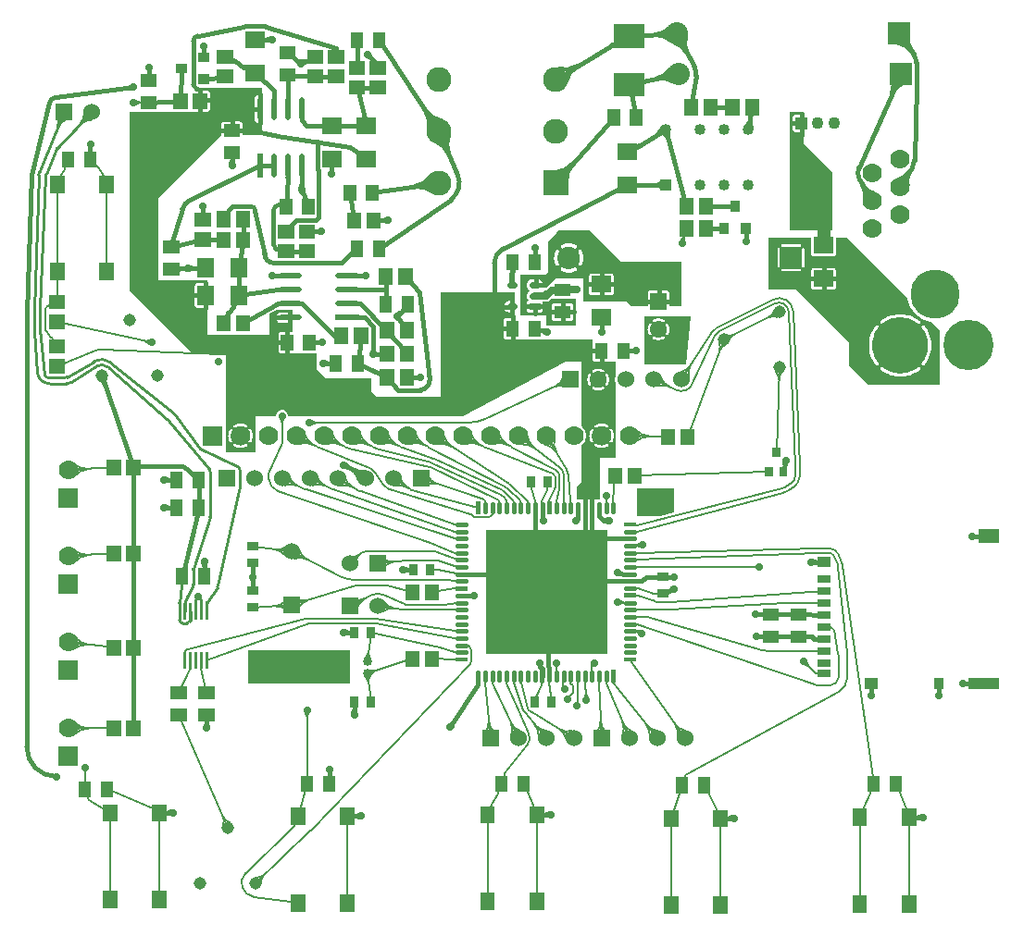
<source format=gbr>
G04 start of page 2 for group 0 idx 0 *
G04 Title: Balsamo, top *
G04 Creator: pcb 1.99z *
G04 CreationDate: jue 24 oct 2013 15:42:48 GMT UTC *
G04 For: jalon *
G04 Format: Gerber/RS-274X *
G04 PCB-Dimensions (mil): 10000.00 10000.00 *
G04 PCB-Coordinate-Origin: lower left *
%MOIN*%
%FSLAX25Y25*%
%LNTOP*%
%ADD60C,0.1181*%
%ADD59C,0.1142*%
%ADD58C,0.1378*%
%ADD57C,0.0236*%
%ADD56C,0.1280*%
%ADD55C,0.0157*%
%ADD54C,0.0320*%
%ADD53C,0.0394*%
%ADD52C,0.0300*%
%ADD51C,0.0500*%
%ADD50C,0.1380*%
%ADD49C,0.0984*%
%ADD48C,0.0120*%
%ADD47C,0.0280*%
%ADD46R,0.0310X0.0310*%
%ADD45R,0.0510X0.0510*%
%ADD44R,0.0390X0.0390*%
%ADD43R,0.0280X0.0280*%
%ADD42R,0.0340X0.0340*%
%ADD41R,0.0850X0.0850*%
%ADD40R,0.0290X0.0290*%
%ADD39C,0.0240*%
%ADD38R,0.0240X0.0240*%
%ADD37C,0.0157*%
%ADD36R,0.0157X0.0157*%
%ADD35R,0.0200X0.0200*%
%ADD34R,0.1200X0.1200*%
%ADD33R,0.0115X0.0115*%
%ADD32R,0.0600X0.0600*%
%ADD31R,0.0300X0.0300*%
%ADD30R,0.0512X0.0512*%
%ADD29R,0.0512X0.0512*%
%ADD28R,0.0450X0.0450*%
%ADD27C,0.1811*%
%ADD26C,0.1772*%
%ADD25C,0.2008*%
%ADD24C,0.0433*%
%ADD23C,0.0335*%
%ADD22C,0.0700*%
%ADD21C,0.0800*%
%ADD20C,0.0400*%
%ADD19C,0.0900*%
%ADD18C,0.0600*%
%ADD17C,0.0450*%
%ADD16C,0.0250*%
%ADD15C,0.0100*%
%ADD14C,0.0200*%
%ADD13C,0.0150*%
%ADD12C,0.0080*%
%ADD11C,0.0001*%
G54D11*G36*
X350000Y741039D02*X357015Y734023D01*
X378815D01*
Y718023D01*
X374455D01*
X374448Y722969D01*
X374415Y723107D01*
X374361Y723237D01*
X374287Y723358D01*
X374195Y723466D01*
X374087Y723558D01*
X373967Y723632D01*
X373836Y723686D01*
X373698Y723719D01*
X373557Y723728D01*
X367415Y723719D01*
X367278Y723686D01*
X367147Y723632D01*
X367026Y723558D01*
X366918Y723466D01*
X366826Y723358D01*
X366752Y723237D01*
X366698Y723107D01*
X366665Y722969D01*
X366657Y722828D01*
X366663Y718023D01*
X360915D01*
X359115Y719923D01*
X350000D01*
Y722104D01*
X353641Y722108D01*
X353779Y722141D01*
X353910Y722196D01*
X354031Y722270D01*
X354138Y722362D01*
X354230Y722469D01*
X354304Y722590D01*
X354359Y722721D01*
X354392Y722859D01*
X354400Y723000D01*
X354392Y729141D01*
X354359Y729279D01*
X354304Y729410D01*
X354230Y729531D01*
X354138Y729638D01*
X354031Y729730D01*
X353910Y729804D01*
X353779Y729859D01*
X353641Y729892D01*
X353500Y729900D01*
X350000Y729896D01*
Y741039D01*
G37*
G36*
X342614Y745323D02*X345715D01*
X350000Y741039D01*
Y729896D01*
X346359Y729892D01*
X346221Y729859D01*
X346090Y729804D01*
X345969Y729730D01*
X345862Y729638D01*
X345770Y729531D01*
X345696Y729410D01*
X345641Y729279D01*
X345608Y729141D01*
X345600Y729000D01*
X345608Y722859D01*
X345641Y722721D01*
X345696Y722590D01*
X345770Y722469D01*
X345862Y722362D01*
X345969Y722270D01*
X346090Y722196D01*
X346221Y722141D01*
X346359Y722108D01*
X346500Y722100D01*
X350000Y722104D01*
Y719923D01*
X343415D01*
Y728023D01*
X342614D01*
Y732714D01*
X342691Y732758D01*
X342771Y732821D01*
X342840Y732897D01*
X342895Y732983D01*
X343116Y733418D01*
X343291Y733873D01*
X343424Y734342D01*
X343513Y734822D01*
X343558Y735307D01*
Y735795D01*
X343513Y736281D01*
X343424Y736760D01*
X343291Y737230D01*
X343116Y737685D01*
X342899Y738122D01*
X342843Y738208D01*
X342774Y738284D01*
X342693Y738348D01*
X342614Y738393D01*
Y745323D01*
G37*
G36*
X336000D02*X342614D01*
Y738393D01*
X342603Y738399D01*
X342507Y738435D01*
X342406Y738456D01*
X342303Y738460D01*
X342201Y738448D01*
X342102Y738421D01*
X342008Y738378D01*
X341922Y738322D01*
X341846Y738252D01*
X341782Y738171D01*
X341731Y738082D01*
X341695Y737985D01*
X341675Y737884D01*
X341670Y737782D01*
X341682Y737679D01*
X341709Y737580D01*
X341754Y737487D01*
X341921Y737160D01*
X342053Y736817D01*
X342153Y736463D01*
X342220Y736101D01*
X342254Y735735D01*
Y735367D01*
X342220Y735001D01*
X342153Y734640D01*
X342053Y734286D01*
X341921Y733943D01*
X341757Y733613D01*
X341713Y733521D01*
X341686Y733422D01*
X341674Y733321D01*
X341679Y733218D01*
X341699Y733118D01*
X341735Y733022D01*
X341786Y732933D01*
X341849Y732853D01*
X341925Y732784D01*
X342010Y732728D01*
X342103Y732685D01*
X342202Y732658D01*
X342303Y732646D01*
X342406Y732651D01*
X342506Y732671D01*
X342602Y732707D01*
X342614Y732714D01*
Y728023D01*
X336000D01*
Y730757D01*
X336125Y730694D01*
X336580Y730518D01*
X337049Y730385D01*
X337529Y730296D01*
X338014Y730251D01*
X338502D01*
X338988Y730296D01*
X339467Y730385D01*
X339937Y730518D01*
X340392Y730694D01*
X340829Y730910D01*
X340915Y730966D01*
X340991Y731036D01*
X341055Y731116D01*
X341106Y731206D01*
X341142Y731302D01*
X341163Y731403D01*
X341167Y731506D01*
X341156Y731608D01*
X341128Y731708D01*
X341085Y731801D01*
X341029Y731887D01*
X340959Y731963D01*
X340878Y732027D01*
X340789Y732078D01*
X340692Y732114D01*
X340592Y732135D01*
X340489Y732139D01*
X340386Y732128D01*
X340287Y732100D01*
X340194Y732056D01*
X339867Y731889D01*
X339524Y731757D01*
X339170Y731656D01*
X338808Y731589D01*
X338442Y731555D01*
X338074D01*
X337708Y731589D01*
X337347Y731656D01*
X336993Y731757D01*
X336650Y731889D01*
X336320Y732052D01*
X336228Y732096D01*
X336129Y732124D01*
X336028Y732135D01*
X336000Y732134D01*
Y738964D01*
X336028Y738963D01*
X336130Y738975D01*
X336229Y739002D01*
X336322Y739047D01*
X336650Y739213D01*
X336993Y739346D01*
X337347Y739446D01*
X337708Y739513D01*
X338074Y739547D01*
X338442D01*
X338808Y739513D01*
X339170Y739446D01*
X339524Y739346D01*
X339867Y739213D01*
X340196Y739050D01*
X340289Y739006D01*
X340387Y738979D01*
X340489Y738967D01*
X340591Y738972D01*
X340691Y738992D01*
X340787Y739028D01*
X340876Y739078D01*
X340956Y739142D01*
X341025Y739218D01*
X341082Y739303D01*
X341124Y739396D01*
X341151Y739495D01*
X341163Y739596D01*
X341158Y739699D01*
X341138Y739799D01*
X341102Y739895D01*
X341052Y739984D01*
X340988Y740064D01*
X340913Y740133D01*
X340826Y740187D01*
X340392Y740409D01*
X339937Y740584D01*
X339467Y740717D01*
X338988Y740806D01*
X338502Y740851D01*
X338014D01*
X337529Y740806D01*
X337049Y740717D01*
X336580Y740584D01*
X336125Y740409D01*
X336000Y740347D01*
Y745323D01*
G37*
G36*
Y720823D02*X340915D01*
Y711223D01*
X336000D01*
Y712854D01*
X339091Y712858D01*
X339229Y712891D01*
X339360Y712946D01*
X339481Y713020D01*
X339588Y713112D01*
X339680Y713219D01*
X339754Y713340D01*
X339809Y713471D01*
X339842Y713609D01*
X339850Y713750D01*
X339842Y718391D01*
X339809Y718529D01*
X339754Y718660D01*
X339680Y718781D01*
X339588Y718888D01*
X339481Y718980D01*
X339360Y719054D01*
X339229Y719109D01*
X339091Y719142D01*
X338950Y719150D01*
X336000Y719146D01*
Y720823D01*
G37*
G36*
X333902Y744610D02*X334615Y745323D01*
X336000D01*
Y740347D01*
X335688Y740192D01*
X335601Y740136D01*
X335525Y740067D01*
X335461Y739986D01*
X335411Y739896D01*
X335374Y739800D01*
X335354Y739699D01*
X335349Y739596D01*
X335361Y739494D01*
X335388Y739395D01*
X335431Y739301D01*
X335488Y739215D01*
X335557Y739139D01*
X335638Y739075D01*
X335728Y739024D01*
X335824Y738988D01*
X335925Y738968D01*
X336000Y738964D01*
Y732134D01*
X335926Y732131D01*
X335825Y732110D01*
X335729Y732074D01*
X335640Y732024D01*
X335560Y731960D01*
X335491Y731885D01*
X335435Y731799D01*
X335392Y731706D01*
X335365Y731608D01*
X335354Y731506D01*
X335358Y731404D01*
X335379Y731304D01*
X335414Y731208D01*
X335465Y731119D01*
X335528Y731039D01*
X335604Y730970D01*
X335690Y730915D01*
X336000Y730757D01*
Y728023D01*
X333902D01*
Y732709D01*
X333913Y732703D01*
X334009Y732667D01*
X334110Y732647D01*
X334213Y732642D01*
X334316Y732654D01*
X334415Y732681D01*
X334509Y732724D01*
X334594Y732781D01*
X334670Y732850D01*
X334735Y732931D01*
X334785Y733021D01*
X334821Y733117D01*
X334842Y733218D01*
X334846Y733321D01*
X334835Y733423D01*
X334807Y733522D01*
X334763Y733615D01*
X334596Y733943D01*
X334464Y734286D01*
X334364Y734640D01*
X334296Y735001D01*
X334262Y735367D01*
Y735735D01*
X334296Y736101D01*
X334364Y736463D01*
X334464Y736817D01*
X334596Y737160D01*
X334759Y737489D01*
X334803Y737581D01*
X334831Y737680D01*
X334842Y737782D01*
X334838Y737884D01*
X334817Y737984D01*
X334781Y738080D01*
X334731Y738169D01*
X334667Y738249D01*
X334592Y738318D01*
X334506Y738375D01*
X334413Y738417D01*
X334315Y738444D01*
X334213Y738456D01*
X334111Y738451D01*
X334011Y738431D01*
X333915Y738395D01*
X333902Y738388D01*
Y744610D01*
G37*
G36*
Y712851D02*X336000Y712854D01*
Y711223D01*
X333902D01*
Y712851D01*
G37*
G36*
Y720823D02*X336000D01*
Y719146D01*
X333902Y719143D01*
Y720823D01*
G37*
G36*
X323100Y719200D02*X323108Y716659D01*
X323141Y716521D01*
X323196Y716390D01*
X323270Y716269D01*
X323362Y716162D01*
X323469Y716070D01*
X323590Y715996D01*
X323721Y715941D01*
X323859Y715908D01*
X324000Y715900D01*
X328141Y715908D01*
X328279Y715941D01*
X328410Y715996D01*
X328531Y716070D01*
X328638Y716162D01*
X328730Y716269D01*
X328804Y716390D01*
X328859Y716521D01*
X328892Y716659D01*
X328900Y716800D01*
X328892Y719341D01*
X328859Y719479D01*
X328804Y719610D01*
X328730Y719731D01*
X328638Y719838D01*
X328625Y719850D01*
X330012D01*
X330092Y719844D01*
X330414Y719869D01*
X330414Y719869D01*
X330728Y719944D01*
X331026Y720068D01*
X331301Y720236D01*
X331546Y720446D01*
X331599Y720507D01*
X331914Y720823D01*
X333902D01*
Y719143D01*
X332909Y719142D01*
X332771Y719109D01*
X332640Y719054D01*
X332519Y718980D01*
X332412Y718888D01*
X332320Y718781D01*
X332246Y718660D01*
X332191Y718529D01*
X332158Y718391D01*
X332150Y718250D01*
X332158Y713609D01*
X332191Y713471D01*
X332246Y713340D01*
X332320Y713219D01*
X332412Y713112D01*
X332519Y713020D01*
X332640Y712946D01*
X332771Y712891D01*
X332909Y712858D01*
X333050Y712850D01*
X333902Y712851D01*
Y711223D01*
X330015D01*
Y714723D01*
X320715D01*
Y729523D01*
X329815D01*
X330715Y730423D01*
Y741423D01*
X333902Y744610D01*
Y738388D01*
X333826Y738345D01*
X333746Y738281D01*
X333677Y738206D01*
X333622Y738119D01*
X333401Y737685D01*
X333225Y737230D01*
X333092Y736760D01*
X333003Y736281D01*
X332958Y735795D01*
Y735307D01*
X333003Y734822D01*
X333092Y734342D01*
X333225Y733873D01*
X333401Y733418D01*
X333617Y732980D01*
X333673Y732894D01*
X333743Y732818D01*
X333823Y732754D01*
X333902Y732709D01*
Y728023D01*
X333415D01*
X331093Y725701D01*
X330907Y725587D01*
X330907Y725587D01*
X330661Y725377D01*
X330609Y725316D01*
X330116Y724823D01*
X328664D01*
X328677Y724844D01*
X328803Y725149D01*
X328881Y725470D01*
X328906Y725800D01*
X328881Y726130D01*
X328803Y726451D01*
X328677Y726756D01*
X328504Y727038D01*
X328290Y727290D01*
X328038Y727504D01*
X327756Y727677D01*
X327451Y727803D01*
X327130Y727881D01*
X326800Y727900D01*
X325200D01*
X324870Y727881D01*
X324549Y727803D01*
X324244Y727677D01*
X323962Y727504D01*
X323710Y727290D01*
X323496Y727038D01*
X323323Y726756D01*
X323197Y726451D01*
X323119Y726130D01*
X323094Y725800D01*
X323119Y725470D01*
X323197Y725149D01*
X323323Y724844D01*
X323496Y724562D01*
X323710Y724310D01*
X323962Y724096D01*
X324244Y723923D01*
X324420Y723850D01*
X324244Y723777D01*
X323962Y723604D01*
X323710Y723390D01*
X323496Y723138D01*
X323323Y722856D01*
X323197Y722551D01*
X323119Y722230D01*
X323094Y721900D01*
X323119Y721570D01*
X323197Y721249D01*
X323323Y720944D01*
X323496Y720662D01*
X323710Y720410D01*
X323962Y720196D01*
X324131Y720092D01*
X323859Y720092D01*
X323721Y720059D01*
X323590Y720004D01*
X323469Y719930D01*
X323362Y719838D01*
X323270Y719731D01*
X323196Y719610D01*
X323141Y719479D01*
X323108Y719341D01*
X323100Y719200D01*
G37*
G36*
X220059Y796723D02*X227815D01*
Y794219D01*
X227589Y794313D01*
X227298Y794382D01*
X227000Y794406D01*
X226702Y794382D01*
X226411Y794313D01*
X226135Y794198D01*
X225880Y794042D01*
X225652Y793848D01*
X225458Y793620D01*
X225302Y793365D01*
X225187Y793089D01*
X225118Y792798D01*
X225100Y792500D01*
Y786000D01*
X225118Y785702D01*
X225187Y785411D01*
X225302Y785135D01*
X225458Y784880D01*
X225652Y784652D01*
X225880Y784458D01*
X226135Y784302D01*
X226411Y784187D01*
X226702Y784118D01*
X227000Y784094D01*
X227298Y784118D01*
X227589Y784187D01*
X227815Y784281D01*
Y779923D01*
X220849D01*
X220842Y783891D01*
X220809Y784029D01*
X220754Y784160D01*
X220680Y784281D01*
X220588Y784388D01*
X220481Y784480D01*
X220360Y784554D01*
X220229Y784609D01*
X220091Y784642D01*
X220059Y784644D01*
Y796723D01*
G37*
G36*
X353709Y698123D02*X355115D01*
Y692933D01*
X354978Y692361D01*
X354930Y691749D01*
X354978Y691137D01*
X355115Y690564D01*
Y663623D01*
X353709D01*
Y669046D01*
X353750Y669087D01*
X353791Y669144D01*
X353995Y669499D01*
X354161Y669873D01*
X354292Y670260D01*
X354386Y670659D01*
X354443Y671064D01*
X354462Y671472D01*
X354443Y671881D01*
X354386Y672286D01*
X354292Y672685D01*
X354161Y673072D01*
X353995Y673446D01*
X353795Y673803D01*
X353753Y673861D01*
X353709Y673904D01*
Y698123D01*
G37*
G36*
X352060D02*X353709D01*
Y673904D01*
X353702Y673911D01*
X353644Y673952D01*
X353580Y673984D01*
X353512Y674006D01*
X353441Y674016D01*
X353370Y674016D01*
X353300Y674004D01*
X353232Y673982D01*
X353168Y673949D01*
X353111Y673906D01*
X353061Y673855D01*
X353019Y673797D01*
X352987Y673733D01*
X352966Y673665D01*
X352955Y673595D01*
X352956Y673523D01*
X352968Y673453D01*
X352990Y673385D01*
X353024Y673322D01*
X353186Y673041D01*
X353318Y672744D01*
X353422Y672436D01*
X353497Y672119D01*
X353542Y671797D01*
X353557Y671472D01*
X353542Y671148D01*
X353497Y670826D01*
X353422Y670509D01*
X353318Y670201D01*
X353186Y669904D01*
X353027Y669621D01*
X352994Y669558D01*
X352971Y669491D01*
X352960Y669421D01*
X352959Y669351D01*
X352970Y669281D01*
X352991Y669213D01*
X353023Y669150D01*
X353064Y669092D01*
X353113Y669042D01*
X353170Y668999D01*
X353233Y668967D01*
X353300Y668944D01*
X353370Y668933D01*
X353441Y668932D01*
X353511Y668943D01*
X353579Y668964D01*
X353642Y668996D01*
X353700Y669037D01*
X353709Y669046D01*
Y663623D01*
X352060D01*
Y667551D01*
X352388Y667735D01*
X352446Y667777D01*
X352496Y667828D01*
X352537Y667886D01*
X352569Y667950D01*
X352591Y668018D01*
X352601Y668088D01*
X352601Y668160D01*
X352589Y668230D01*
X352567Y668298D01*
X352534Y668361D01*
X352491Y668419D01*
X352440Y668469D01*
X352382Y668511D01*
X352318Y668543D01*
X352250Y668564D01*
X352180Y668575D01*
X352108Y668574D01*
X352060Y668566D01*
Y674383D01*
X352109Y674375D01*
X352179Y674374D01*
X352249Y674385D01*
X352317Y674406D01*
X352380Y674438D01*
X352438Y674479D01*
X352488Y674528D01*
X352530Y674585D01*
X352563Y674648D01*
X352586Y674715D01*
X352597Y674785D01*
X352598Y674856D01*
X352587Y674926D01*
X352566Y674994D01*
X352534Y675057D01*
X352493Y675115D01*
X352443Y675165D01*
X352386Y675206D01*
X352060Y675394D01*
Y689635D01*
X352073Y689642D01*
X352130Y689685D01*
X352178Y689737D01*
X352217Y689796D01*
X352378Y690096D01*
X352509Y690411D01*
X352612Y690737D01*
X352686Y691070D01*
X352731Y691408D01*
X352745Y691749D01*
X352731Y692090D01*
X352686Y692428D01*
X352612Y692761D01*
X352509Y693086D01*
X352378Y693401D01*
X352221Y693704D01*
X352181Y693763D01*
X352132Y693814D01*
X352075Y693858D01*
X352060Y693866D01*
Y698123D01*
G37*
G36*
Y668566D02*X352038Y668562D01*
X351970Y668540D01*
X351907Y668506D01*
X351626Y668343D01*
X351329Y668211D01*
X351021Y668108D01*
X350704Y668033D01*
X350382Y667988D01*
X350057Y667972D01*
X349733Y667988D01*
X349411Y668033D01*
X349094Y668108D01*
X348843Y668192D01*
Y674753D01*
X349094Y674837D01*
X349411Y674912D01*
X349733Y674957D01*
X350057Y674972D01*
X350382Y674957D01*
X350704Y674912D01*
X351021Y674837D01*
X351329Y674733D01*
X351626Y674601D01*
X351909Y674442D01*
X351971Y674409D01*
X352039Y674386D01*
X352060Y674383D01*
Y668566D01*
G37*
G36*
Y663623D02*X349415D01*
Y648588D01*
X349398Y648592D01*
X349134Y648613D01*
X348869Y648592D01*
X348843Y648586D01*
Y667238D01*
X348845Y667238D01*
X349244Y667144D01*
X349649Y667087D01*
X350057Y667068D01*
X350466Y667087D01*
X350871Y667144D01*
X351270Y667238D01*
X351657Y667368D01*
X352031Y667535D01*
X352060Y667551D01*
Y663623D01*
G37*
G36*
X348843Y698152D02*X350887Y698156D01*
X350915Y698123D01*
X352060D01*
Y693866D01*
X352012Y693892D01*
X351945Y693915D01*
X351875Y693928D01*
X351804Y693930D01*
X351733Y693921D01*
X351665Y693901D01*
X351600Y693870D01*
X351542Y693829D01*
X351490Y693780D01*
X351447Y693724D01*
X351413Y693661D01*
X351389Y693594D01*
X351376Y693524D01*
X351374Y693452D01*
X351384Y693382D01*
X351404Y693313D01*
X351436Y693250D01*
X351560Y693019D01*
X351660Y692777D01*
X351739Y692527D01*
X351796Y692271D01*
X351830Y692011D01*
X351842Y691749D01*
X351830Y691487D01*
X351796Y691227D01*
X351739Y690971D01*
X351660Y690721D01*
X351560Y690479D01*
X351438Y690246D01*
X351407Y690183D01*
X351386Y690115D01*
X351377Y690045D01*
X351379Y689974D01*
X351392Y689905D01*
X351415Y689838D01*
X351449Y689776D01*
X351492Y689719D01*
X351544Y689671D01*
X351602Y689630D01*
X351666Y689600D01*
X351734Y689580D01*
X351804Y689570D01*
X351875Y689572D01*
X351944Y689585D01*
X352011Y689609D01*
X352060Y689635D01*
Y675394D01*
X352031Y675410D01*
X351657Y675576D01*
X351270Y675707D01*
X350871Y675801D01*
X350466Y675858D01*
X350057Y675877D01*
X349649Y675858D01*
X349244Y675801D01*
X348845Y675707D01*
X348843Y675706D01*
Y687845D01*
X349183Y687860D01*
X349521Y687905D01*
X349854Y687979D01*
X350179Y688081D01*
X350494Y688212D01*
X350797Y688370D01*
X350856Y688410D01*
X350907Y688459D01*
X350951Y688516D01*
X350985Y688578D01*
X351008Y688645D01*
X351021Y688716D01*
X351023Y688787D01*
X351014Y688858D01*
X350993Y688926D01*
X350963Y688990D01*
X350922Y689049D01*
X350873Y689101D01*
X350817Y689144D01*
X350754Y689178D01*
X350687Y689202D01*
X350617Y689214D01*
X350545Y689216D01*
X350475Y689207D01*
X350406Y689187D01*
X350343Y689155D01*
X350112Y689031D01*
X349870Y688930D01*
X349620Y688851D01*
X349364Y688795D01*
X349104Y688760D01*
X348843Y688749D01*
Y694749D01*
X349104Y694737D01*
X349364Y694703D01*
X349620Y694646D01*
X349870Y694567D01*
X350112Y694467D01*
X350344Y694346D01*
X350407Y694314D01*
X350475Y694294D01*
X350545Y694284D01*
X350616Y694286D01*
X350686Y694299D01*
X350753Y694322D01*
X350815Y694356D01*
X350871Y694399D01*
X350920Y694451D01*
X350960Y694509D01*
X350991Y694573D01*
X351011Y694641D01*
X351020Y694711D01*
X351018Y694782D01*
X351006Y694851D01*
X350982Y694918D01*
X350948Y694980D01*
X350905Y695037D01*
X350854Y695086D01*
X350795Y695125D01*
X350494Y695286D01*
X350179Y695416D01*
X349854Y695519D01*
X349521Y695593D01*
X349183Y695638D01*
X348843Y695652D01*
Y698152D01*
G37*
G36*
X346406Y706025D02*X346815Y706023D01*
Y702823D01*
X346853Y702780D01*
X346858Y698909D01*
X346891Y698771D01*
X346946Y698640D01*
X347020Y698519D01*
X347112Y698412D01*
X347219Y698320D01*
X347340Y698246D01*
X347471Y698191D01*
X347609Y698158D01*
X347750Y698150D01*
X348843Y698152D01*
Y695652D01*
X348842Y695653D01*
X348501Y695638D01*
X348163Y695593D01*
X347830Y695519D01*
X347504Y695416D01*
X347189Y695286D01*
X346887Y695128D01*
X346828Y695088D01*
X346776Y695039D01*
X346733Y694982D01*
X346699Y694919D01*
X346675Y694852D01*
X346662Y694782D01*
X346660Y694711D01*
X346670Y694640D01*
X346690Y694572D01*
X346721Y694508D01*
X346761Y694449D01*
X346810Y694397D01*
X346867Y694354D01*
X346930Y694320D01*
X346997Y694296D01*
X347067Y694283D01*
X347138Y694281D01*
X347209Y694291D01*
X347277Y694311D01*
X347341Y694343D01*
X347572Y694467D01*
X347814Y694567D01*
X348064Y694646D01*
X348320Y694703D01*
X348580Y694737D01*
X348842Y694749D01*
X348843Y694749D01*
Y688749D01*
X348842Y688749D01*
X348580Y688760D01*
X348320Y688795D01*
X348064Y688851D01*
X347814Y688930D01*
X347572Y689031D01*
X347339Y689152D01*
X347276Y689184D01*
X347208Y689204D01*
X347138Y689213D01*
X347067Y689212D01*
X346998Y689199D01*
X346931Y689175D01*
X346868Y689141D01*
X346812Y689098D01*
X346763Y689047D01*
X346723Y688989D01*
X346693Y688925D01*
X346673Y688857D01*
X346663Y688787D01*
X346665Y688716D01*
X346678Y688646D01*
X346701Y688579D01*
X346735Y688517D01*
X346778Y688461D01*
X346830Y688412D01*
X346889Y688373D01*
X347189Y688212D01*
X347504Y688081D01*
X347830Y687979D01*
X348163Y687905D01*
X348501Y687860D01*
X348842Y687845D01*
X348843Y687845D01*
Y675706D01*
X348458Y675576D01*
X348084Y675410D01*
X347727Y675210D01*
X347669Y675168D01*
X347619Y675117D01*
X347578Y675059D01*
X347546Y674995D01*
X347524Y674927D01*
X347513Y674856D01*
X347514Y674785D01*
X347526Y674715D01*
X347548Y674647D01*
X347581Y674583D01*
X347624Y674526D01*
X347675Y674476D01*
X347733Y674434D01*
X347797Y674402D01*
X347865Y674381D01*
X347935Y674370D01*
X348007Y674371D01*
X348077Y674382D01*
X348145Y674405D01*
X348208Y674439D01*
X348489Y674601D01*
X348786Y674733D01*
X348843Y674753D01*
Y668192D01*
X348786Y668211D01*
X348489Y668343D01*
X348206Y668503D01*
X348143Y668536D01*
X348076Y668559D01*
X348006Y668570D01*
X347936Y668571D01*
X347866Y668560D01*
X347798Y668539D01*
X347735Y668507D01*
X347677Y668466D01*
X347627Y668416D01*
X347584Y668359D01*
X347552Y668297D01*
X347529Y668229D01*
X347518Y668160D01*
X347517Y668089D01*
X347528Y668019D01*
X347549Y667951D01*
X347581Y667888D01*
X347622Y667830D01*
X347672Y667780D01*
X347729Y667739D01*
X348084Y667535D01*
X348458Y667368D01*
X348843Y667238D01*
Y648586D01*
X348611Y648530D01*
X348383Y648436D01*
X347293Y648449D01*
X347098Y648530D01*
X346839Y648592D01*
X346575Y648613D01*
X346406Y648600D01*
Y669041D01*
X346413Y669034D01*
X346471Y668993D01*
X346535Y668961D01*
X346603Y668939D01*
X346674Y668928D01*
X346745Y668929D01*
X346815Y668941D01*
X346883Y668963D01*
X346947Y668996D01*
X347004Y669039D01*
X347054Y669090D01*
X347096Y669148D01*
X347128Y669212D01*
X347149Y669280D01*
X347160Y669350D01*
X347159Y669422D01*
X347147Y669492D01*
X347125Y669560D01*
X347091Y669623D01*
X346929Y669904D01*
X346796Y670201D01*
X346693Y670509D01*
X346618Y670826D01*
X346573Y671148D01*
X346557Y671472D01*
X346573Y671797D01*
X346618Y672119D01*
X346693Y672436D01*
X346796Y672744D01*
X346929Y673041D01*
X347088Y673324D01*
X347121Y673386D01*
X347144Y673454D01*
X347155Y673524D01*
X347156Y673594D01*
X347145Y673664D01*
X347124Y673732D01*
X347092Y673795D01*
X347051Y673853D01*
X347002Y673903D01*
X346945Y673945D01*
X346882Y673978D01*
X346814Y674000D01*
X346745Y674012D01*
X346674Y674013D01*
X346604Y674002D01*
X346536Y673981D01*
X346473Y673949D01*
X346415Y673908D01*
X346406Y673899D01*
Y706025D01*
G37*
G36*
X345624Y706028D02*X346406Y706025D01*
Y673899D01*
X346365Y673858D01*
X346324Y673801D01*
X346120Y673446D01*
X345954Y673072D01*
X345823Y672685D01*
X345729Y672286D01*
X345672Y671881D01*
X345653Y671472D01*
X345672Y671064D01*
X345729Y670659D01*
X345823Y670260D01*
X345954Y669873D01*
X346120Y669499D01*
X346320Y669142D01*
X346362Y669084D01*
X346406Y669041D01*
Y648600D01*
X346310Y648592D01*
X346052Y648530D01*
X345897Y648466D01*
X345624Y648469D01*
Y689632D01*
X345671Y689606D01*
X345738Y689582D01*
X345808Y689569D01*
X345880Y689567D01*
X345950Y689577D01*
X346019Y689597D01*
X346083Y689628D01*
X346142Y689668D01*
X346193Y689717D01*
X346237Y689774D01*
X346271Y689837D01*
X346294Y689904D01*
X346307Y689974D01*
X346309Y690045D01*
X346300Y690116D01*
X346279Y690184D01*
X346248Y690248D01*
X346124Y690479D01*
X346023Y690721D01*
X345944Y690971D01*
X345887Y691227D01*
X345853Y691487D01*
X345842Y691749D01*
X345853Y692011D01*
X345887Y692271D01*
X345944Y692527D01*
X346023Y692777D01*
X346124Y693019D01*
X346245Y693251D01*
X346277Y693314D01*
X346297Y693382D01*
X346306Y693453D01*
X346305Y693523D01*
X346292Y693593D01*
X346268Y693660D01*
X346234Y693722D01*
X346191Y693778D01*
X346140Y693827D01*
X346082Y693867D01*
X346018Y693898D01*
X345950Y693918D01*
X345880Y693927D01*
X345809Y693926D01*
X345739Y693913D01*
X345672Y693889D01*
X345624Y693863D01*
Y706028D01*
G37*
G36*
X300015Y678623D02*X237215D01*
X237195Y678968D01*
X237114Y679305D01*
X236982Y679625D01*
X236801Y679920D01*
X236576Y680184D01*
X236312Y680409D01*
X236017Y680589D01*
X235697Y680722D01*
X235361Y680803D01*
X235015Y680830D01*
X234670Y680803D01*
X234333Y680722D01*
X234013Y680589D01*
X233718Y680409D01*
X233455Y680184D01*
X233230Y679920D01*
X233049Y679625D01*
X232917Y679305D01*
X232836Y678968D01*
X232809Y678623D01*
X225515D01*
Y665523D01*
X223709D01*
Y669046D01*
X223750Y669087D01*
X223791Y669144D01*
X223995Y669499D01*
X224161Y669873D01*
X224292Y670260D01*
X224386Y670659D01*
X224443Y671064D01*
X224462Y671472D01*
X224443Y671881D01*
X224386Y672286D01*
X224292Y672685D01*
X224161Y673072D01*
X223995Y673446D01*
X223795Y673803D01*
X223753Y673861D01*
X223709Y673904D01*
Y707723D01*
X230615D01*
Y715484D01*
X233164Y716923D01*
X238715D01*
Y715900D01*
X234750D01*
X234452Y715882D01*
X234161Y715813D01*
X233885Y715698D01*
X233630Y715542D01*
X233402Y715348D01*
X233208Y715120D01*
X233052Y714865D01*
X232937Y714589D01*
X232868Y714298D01*
X232844Y714000D01*
X232868Y713702D01*
X232937Y713411D01*
X233052Y713135D01*
X233208Y712880D01*
X233402Y712652D01*
X233630Y712458D01*
X233885Y712302D01*
X234161Y712187D01*
X234452Y712118D01*
X234750Y712100D01*
X238715D01*
Y708849D01*
X234509Y708842D01*
X234371Y708809D01*
X234240Y708754D01*
X234119Y708680D01*
X234012Y708588D01*
X233920Y708481D01*
X233846Y708360D01*
X233791Y708229D01*
X233758Y708091D01*
X233750Y707950D01*
X233758Y701909D01*
X233791Y701771D01*
X233846Y701640D01*
X233920Y701519D01*
X234012Y701412D01*
X234119Y701320D01*
X234240Y701246D01*
X234371Y701191D01*
X234509Y701158D01*
X234650Y701150D01*
X238715Y701157D01*
Y701123D01*
X247515D01*
Y695323D01*
X250615Y692223D01*
X267015D01*
Y687523D01*
X268915Y685623D01*
X292215Y685523D01*
Y723023D01*
X318715D01*
Y720093D01*
X318600Y720100D01*
X317000D01*
X316670Y720081D01*
X316349Y720003D01*
X316044Y719877D01*
X315762Y719704D01*
X315510Y719490D01*
X315296Y719238D01*
X315123Y718956D01*
X314997Y718651D01*
X314919Y718330D01*
X314894Y718000D01*
X314919Y717670D01*
X314997Y717349D01*
X315123Y717044D01*
X315296Y716762D01*
X315510Y716510D01*
X315762Y716296D01*
X316044Y716123D01*
X316349Y715997D01*
X316670Y715919D01*
X317000Y715900D01*
X318600D01*
X318715Y715907D01*
Y715323D01*
X318815D01*
X318831Y713847D01*
X315609Y713842D01*
X315471Y713809D01*
X315340Y713754D01*
X315219Y713680D01*
X315112Y713588D01*
X315020Y713481D01*
X314946Y713360D01*
X314891Y713229D01*
X314858Y713091D01*
X314850Y712950D01*
X314858Y706909D01*
X314891Y706771D01*
X314946Y706640D01*
X315020Y706519D01*
X315112Y706412D01*
X315219Y706320D01*
X315340Y706246D01*
X315471Y706191D01*
X315609Y706158D01*
X315750Y706150D01*
X318915Y706156D01*
X318915Y706123D01*
X345624Y706028D01*
Y693863D01*
X345610Y693855D01*
X345554Y693812D01*
X345505Y693761D01*
X345466Y693702D01*
X345305Y693401D01*
X345174Y693086D01*
X345071Y692761D01*
X344998Y692428D01*
X344953Y692090D01*
X344938Y691749D01*
X344953Y691408D01*
X344998Y691070D01*
X345071Y690737D01*
X345174Y690411D01*
X345305Y690096D01*
X345463Y689794D01*
X345503Y689735D01*
X345552Y689683D01*
X345608Y689640D01*
X345624Y689632D01*
Y648469D01*
X344657Y648481D01*
X344539Y648530D01*
X344280Y648592D01*
X344016Y648613D01*
X343751Y648592D01*
X343493Y648530D01*
X343411Y648496D01*
X342020Y648513D01*
X341980Y648530D01*
X341721Y648592D01*
X341457Y648613D01*
X341215Y648594D01*
Y653023D01*
X342715Y654523D01*
Y667956D01*
X343178Y668352D01*
X343628Y668878D01*
X343990Y669469D01*
X344255Y670109D01*
X344417Y670782D01*
X344457Y671472D01*
X344417Y672163D01*
X344255Y672836D01*
X343990Y673476D01*
X343628Y674067D01*
X343178Y674593D01*
X342715Y674989D01*
Y688532D01*
X342733Y688608D01*
X342742Y688749D01*
X342733Y694890D01*
X342715Y694965D01*
Y698023D01*
X337315D01*
X300015Y678623D01*
G37*
G36*
X223709Y665523D02*X220059D01*
Y667068D01*
X220466Y667087D01*
X220871Y667144D01*
X221270Y667238D01*
X221657Y667368D01*
X222031Y667535D01*
X222388Y667735D01*
X222446Y667777D01*
X222496Y667828D01*
X222537Y667886D01*
X222569Y667950D01*
X222591Y668018D01*
X222601Y668088D01*
X222601Y668160D01*
X222589Y668230D01*
X222567Y668298D01*
X222534Y668361D01*
X222491Y668419D01*
X222440Y668469D01*
X222382Y668511D01*
X222318Y668543D01*
X222250Y668564D01*
X222180Y668575D01*
X222108Y668574D01*
X222038Y668562D01*
X221970Y668540D01*
X221907Y668506D01*
X221626Y668343D01*
X221329Y668211D01*
X221021Y668108D01*
X220704Y668033D01*
X220382Y667988D01*
X220059Y667973D01*
Y674972D01*
X220382Y674957D01*
X220704Y674912D01*
X221021Y674837D01*
X221329Y674733D01*
X221626Y674601D01*
X221909Y674442D01*
X221971Y674409D01*
X222039Y674386D01*
X222109Y674375D01*
X222179Y674374D01*
X222249Y674385D01*
X222317Y674406D01*
X222380Y674438D01*
X222438Y674479D01*
X222488Y674528D01*
X222530Y674585D01*
X222563Y674648D01*
X222586Y674715D01*
X222597Y674785D01*
X222598Y674856D01*
X222587Y674926D01*
X222566Y674994D01*
X222534Y675057D01*
X222493Y675115D01*
X222443Y675165D01*
X222386Y675206D01*
X222031Y675410D01*
X221657Y675576D01*
X221270Y675707D01*
X220871Y675801D01*
X220466Y675858D01*
X220059Y675877D01*
Y707723D01*
X223709D01*
Y673904D01*
X223702Y673911D01*
X223644Y673952D01*
X223580Y673984D01*
X223512Y674006D01*
X223441Y674016D01*
X223370Y674016D01*
X223300Y674004D01*
X223232Y673982D01*
X223168Y673949D01*
X223111Y673906D01*
X223061Y673855D01*
X223019Y673797D01*
X222987Y673733D01*
X222966Y673665D01*
X222955Y673595D01*
X222956Y673523D01*
X222968Y673453D01*
X222990Y673385D01*
X223024Y673322D01*
X223186Y673041D01*
X223318Y672744D01*
X223422Y672436D01*
X223497Y672119D01*
X223542Y671797D01*
X223557Y671472D01*
X223542Y671148D01*
X223497Y670826D01*
X223422Y670509D01*
X223318Y670201D01*
X223186Y669904D01*
X223027Y669621D01*
X222994Y669558D01*
X222971Y669491D01*
X222960Y669421D01*
X222959Y669351D01*
X222970Y669281D01*
X222991Y669213D01*
X223023Y669150D01*
X223064Y669092D01*
X223113Y669042D01*
X223170Y668999D01*
X223233Y668967D01*
X223300Y668944D01*
X223370Y668933D01*
X223441Y668932D01*
X223511Y668943D01*
X223579Y668964D01*
X223642Y668996D01*
X223700Y669037D01*
X223709Y669046D01*
Y665523D01*
G37*
G36*
X216406Y796723D02*X220059D01*
Y784644D01*
X219950Y784650D01*
X216406Y784645D01*
Y796723D01*
G37*
G36*
X220059Y665523D02*X216406D01*
Y669041D01*
X216413Y669034D01*
X216471Y668993D01*
X216535Y668961D01*
X216603Y668939D01*
X216674Y668928D01*
X216745Y668929D01*
X216815Y668941D01*
X216883Y668963D01*
X216947Y668996D01*
X217004Y669039D01*
X217054Y669090D01*
X217096Y669148D01*
X217128Y669212D01*
X217149Y669280D01*
X217160Y669350D01*
X217159Y669422D01*
X217147Y669492D01*
X217125Y669560D01*
X217091Y669623D01*
X216929Y669904D01*
X216796Y670201D01*
X216693Y670509D01*
X216618Y670826D01*
X216573Y671148D01*
X216557Y671472D01*
X216573Y671797D01*
X216618Y672119D01*
X216693Y672436D01*
X216796Y672744D01*
X216929Y673041D01*
X217088Y673324D01*
X217121Y673386D01*
X217144Y673454D01*
X217155Y673524D01*
X217156Y673594D01*
X217145Y673664D01*
X217124Y673732D01*
X217092Y673795D01*
X217051Y673853D01*
X217002Y673903D01*
X216945Y673945D01*
X216882Y673978D01*
X216814Y674000D01*
X216745Y674012D01*
X216674Y674013D01*
X216604Y674002D01*
X216536Y673981D01*
X216473Y673949D01*
X216415Y673908D01*
X216406Y673899D01*
Y707723D01*
X220059D01*
Y675877D01*
X220057Y675877D01*
X219649Y675858D01*
X219244Y675801D01*
X218845Y675707D01*
X218458Y675576D01*
X218084Y675410D01*
X217727Y675210D01*
X217669Y675168D01*
X217619Y675117D01*
X217578Y675059D01*
X217546Y674995D01*
X217524Y674927D01*
X217513Y674856D01*
X217514Y674785D01*
X217526Y674715D01*
X217548Y674647D01*
X217581Y674583D01*
X217624Y674526D01*
X217675Y674476D01*
X217733Y674434D01*
X217797Y674402D01*
X217865Y674381D01*
X217935Y674370D01*
X218007Y674371D01*
X218077Y674382D01*
X218145Y674405D01*
X218208Y674439D01*
X218489Y674601D01*
X218786Y674733D01*
X219094Y674837D01*
X219411Y674912D01*
X219733Y674957D01*
X220057Y674972D01*
X220059Y674972D01*
Y667973D01*
X220057Y667972D01*
X219733Y667988D01*
X219411Y668033D01*
X219094Y668108D01*
X218786Y668211D01*
X218489Y668343D01*
X218206Y668503D01*
X218143Y668536D01*
X218076Y668559D01*
X218006Y668570D01*
X217936Y668571D01*
X217866Y668560D01*
X217798Y668539D01*
X217735Y668507D01*
X217677Y668466D01*
X217627Y668416D01*
X217584Y668359D01*
X217552Y668297D01*
X217529Y668229D01*
X217518Y668160D01*
X217517Y668089D01*
X217528Y668019D01*
X217549Y667951D01*
X217581Y667888D01*
X217622Y667830D01*
X217672Y667780D01*
X217729Y667739D01*
X218084Y667535D01*
X218458Y667368D01*
X218845Y667238D01*
X219244Y667144D01*
X219649Y667087D01*
X220057Y667068D01*
X220059Y667068D01*
Y665523D01*
G37*
G36*
X216406D02*X214715D01*
Y700623D01*
X203115Y700723D01*
X180015Y723823D01*
Y788123D01*
X204715D01*
Y788151D01*
X208243Y788156D01*
X208381Y788189D01*
X208512Y788244D01*
X208633Y788318D01*
X208740Y788410D01*
X208832Y788517D01*
X208906Y788638D01*
X208961Y788769D01*
X208994Y788907D01*
X209002Y789048D01*
X208994Y795093D01*
X208961Y795231D01*
X208906Y795362D01*
X208832Y795483D01*
X208740Y795590D01*
X208633Y795682D01*
X208512Y795756D01*
X208381Y795811D01*
X208243Y795844D01*
X208102Y795852D01*
X204715Y795847D01*
Y796723D01*
X216406D01*
Y784645D01*
X213909Y784642D01*
X213771Y784609D01*
X213640Y784554D01*
X213519Y784480D01*
X213412Y784388D01*
X213320Y784281D01*
X213246Y784160D01*
X213191Y784029D01*
X213158Y783891D01*
X213150Y783750D01*
X213157Y779923D01*
X213115D01*
X190415Y757223D01*
Y727423D01*
X208315D01*
Y726397D01*
X204402Y726392D01*
X204264Y726359D01*
X204133Y726304D01*
X204012Y726230D01*
X203905Y726138D01*
X203813Y726031D01*
X203739Y725910D01*
X203684Y725779D01*
X203651Y725641D01*
X203643Y725500D01*
X203651Y718359D01*
X203684Y718221D01*
X203739Y718090D01*
X203813Y717969D01*
X203905Y717862D01*
X204012Y717770D01*
X204133Y717696D01*
X204264Y717641D01*
X204402Y717608D01*
X204543Y717600D01*
X208315Y717605D01*
Y707723D01*
X216406D01*
Y673899D01*
X216365Y673858D01*
X216324Y673801D01*
X216120Y673446D01*
X215954Y673072D01*
X215823Y672685D01*
X215729Y672286D01*
X215672Y671881D01*
X215653Y671472D01*
X215672Y671064D01*
X215729Y670659D01*
X215823Y670260D01*
X215954Y669873D01*
X216120Y669499D01*
X216320Y669142D01*
X216362Y669084D01*
X216406Y669041D01*
Y665523D01*
G37*
G36*
X308615Y637323D02*X352115D01*
Y592723D01*
X308615D01*
Y637323D01*
G37*
G36*
X467066Y707297D02*X467139Y707100D01*
X467379Y706232D01*
X467539Y705346D01*
X467620Y704450D01*
Y703550D01*
X467539Y702654D01*
X467379Y701768D01*
X467139Y700900D01*
X467066Y700703D01*
Y707297D01*
G37*
G36*
X471915Y689923D02*X467066D01*
Y697945D01*
X467500Y698673D01*
X467937Y699582D01*
X468292Y700526D01*
X468560Y701499D01*
X468740Y702491D01*
X468830Y703496D01*
Y704504D01*
X468740Y705509D01*
X468560Y706501D01*
X468292Y707474D01*
X467937Y708418D01*
X467500Y709327D01*
X467066Y710055D01*
Y712911D01*
X467071Y712908D01*
X468611Y712539D01*
X468718Y712530D01*
X471915Y709323D01*
Y705924D01*
X471840Y705609D01*
X471713Y704000D01*
X471840Y702391D01*
X471915Y702076D01*
Y689923D01*
G37*
G36*
X467066D02*X457596D01*
Y692761D01*
X458095D01*
X459099Y692851D01*
X460092Y693031D01*
X461064Y693299D01*
X462009Y693653D01*
X462918Y694090D01*
X463784Y694607D01*
X464600Y695200D01*
X464671Y695265D01*
X464730Y695340D01*
X464776Y695424D01*
X464809Y695515D01*
X464827Y695609D01*
X464831Y695705D01*
X464819Y695800D01*
X464792Y695893D01*
X464752Y695980D01*
X464698Y696059D01*
X464632Y696129D01*
X464557Y696188D01*
X464473Y696235D01*
X464382Y696268D01*
X464288Y696286D01*
X464192Y696289D01*
X464097Y696278D01*
X464004Y696251D01*
X463917Y696210D01*
X463839Y696155D01*
X463117Y695619D01*
X462344Y695157D01*
X461533Y694767D01*
X460690Y694451D01*
X459823Y694212D01*
X458937Y694051D01*
X458041Y693971D01*
X457596D01*
Y714029D01*
X458041D01*
X458937Y713949D01*
X459823Y713788D01*
X460690Y713549D01*
X461533Y713233D01*
X462344Y712843D01*
X463117Y712381D01*
X463845Y711853D01*
X463922Y711798D01*
X464008Y711759D01*
X464099Y711732D01*
X464193Y711721D01*
X464287Y711724D01*
X464380Y711742D01*
X464468Y711774D01*
X464551Y711820D01*
X464625Y711878D01*
X464690Y711947D01*
X464743Y712025D01*
X464783Y712111D01*
X464809Y712202D01*
X464820Y712295D01*
X464817Y712390D01*
X464799Y712483D01*
X464767Y712571D01*
X464721Y712654D01*
X464663Y712728D01*
X464593Y712791D01*
X463784Y713393D01*
X462918Y713910D01*
X462009Y714347D01*
X461064Y714701D01*
X460092Y714969D01*
X459099Y715149D01*
X458095Y715239D01*
X457596D01*
Y723686D01*
X460213Y721060D01*
X460224Y720926D01*
X460593Y719386D01*
X461199Y717923D01*
X462027Y716574D01*
X463055Y715370D01*
X464259Y714342D01*
X465609Y713514D01*
X467066Y712911D01*
Y710055D01*
X466983Y710193D01*
X466391Y711010D01*
X466326Y711080D01*
X466250Y711139D01*
X466166Y711186D01*
X466076Y711218D01*
X465982Y711237D01*
X465886Y711240D01*
X465790Y711228D01*
X465698Y711202D01*
X465611Y711161D01*
X465531Y711107D01*
X465461Y711042D01*
X465402Y710966D01*
X465356Y710882D01*
X465323Y710792D01*
X465305Y710698D01*
X465301Y710602D01*
X465313Y710506D01*
X465340Y710414D01*
X465380Y710327D01*
X465435Y710249D01*
X465972Y709526D01*
X466433Y708754D01*
X466823Y707942D01*
X467066Y707297D01*
Y700703D01*
X466823Y700058D01*
X466433Y699246D01*
X465972Y698474D01*
X465443Y697745D01*
X465389Y697668D01*
X465349Y697582D01*
X465323Y697492D01*
X465311Y697398D01*
X465315Y697304D01*
X465333Y697211D01*
X465365Y697122D01*
X465411Y697040D01*
X465469Y696965D01*
X465538Y696901D01*
X465616Y696848D01*
X465702Y696808D01*
X465792Y696782D01*
X465886Y696770D01*
X465980Y696773D01*
X466073Y696791D01*
X466162Y696824D01*
X466244Y696869D01*
X466319Y696927D01*
X466382Y696998D01*
X466983Y697807D01*
X467066Y697945D01*
Y689923D01*
G37*
G36*
X457596D02*X448116D01*
Y697945D01*
X448198Y697807D01*
X448790Y696991D01*
X448855Y696920D01*
X448931Y696861D01*
X449015Y696814D01*
X449105Y696782D01*
X449200Y696763D01*
X449296Y696760D01*
X449391Y696772D01*
X449483Y696798D01*
X449570Y696839D01*
X449650Y696893D01*
X449720Y696958D01*
X449779Y697034D01*
X449825Y697118D01*
X449858Y697208D01*
X449877Y697302D01*
X449880Y697398D01*
X449868Y697494D01*
X449842Y697586D01*
X449801Y697673D01*
X449746Y697751D01*
X449209Y698474D01*
X448748Y699246D01*
X448358Y700058D01*
X448116Y700703D01*
Y707297D01*
X448358Y707942D01*
X448748Y708754D01*
X449209Y709526D01*
X449738Y710255D01*
X449792Y710332D01*
X449832Y710418D01*
X449858Y710508D01*
X449870Y710602D01*
X449866Y710696D01*
X449849Y710789D01*
X449816Y710878D01*
X449771Y710960D01*
X449712Y711035D01*
X449643Y711099D01*
X449565Y711152D01*
X449480Y711192D01*
X449389Y711218D01*
X449295Y711230D01*
X449201Y711227D01*
X449108Y711209D01*
X449019Y711176D01*
X448937Y711131D01*
X448862Y711073D01*
X448799Y711002D01*
X448198Y710193D01*
X448116Y710055D01*
Y733194D01*
X457596Y723686D01*
Y715239D01*
X457086D01*
X456082Y715149D01*
X455089Y714969D01*
X454117Y714701D01*
X453172Y714347D01*
X452263Y713910D01*
X451397Y713393D01*
X450581Y712800D01*
X450510Y712735D01*
X450451Y712660D01*
X450405Y712576D01*
X450372Y712485D01*
X450354Y712391D01*
X450351Y712295D01*
X450362Y712200D01*
X450389Y712107D01*
X450429Y712020D01*
X450483Y711941D01*
X450549Y711871D01*
X450624Y711812D01*
X450708Y711765D01*
X450799Y711732D01*
X450893Y711714D01*
X450989Y711711D01*
X451084Y711722D01*
X451177Y711749D01*
X451264Y711790D01*
X451342Y711845D01*
X452064Y712381D01*
X452837Y712843D01*
X453648Y713233D01*
X454491Y713549D01*
X455358Y713788D01*
X456244Y713949D01*
X457141Y714029D01*
X457596D01*
Y693971D01*
X457141D01*
X456244Y694051D01*
X455358Y694212D01*
X454491Y694451D01*
X453648Y694767D01*
X452837Y695157D01*
X452064Y695619D01*
X451336Y696147D01*
X451259Y696202D01*
X451173Y696241D01*
X451082Y696268D01*
X450989Y696279D01*
X450894Y696276D01*
X450801Y696258D01*
X450713Y696226D01*
X450630Y696180D01*
X450556Y696122D01*
X450491Y696053D01*
X450438Y695975D01*
X450398Y695889D01*
X450372Y695798D01*
X450361Y695705D01*
X450364Y695610D01*
X450382Y695517D01*
X450414Y695429D01*
X450460Y695346D01*
X450518Y695272D01*
X450588Y695209D01*
X451397Y694607D01*
X452263Y694090D01*
X453172Y693653D01*
X454117Y693299D01*
X455089Y693031D01*
X456082Y692851D01*
X457086Y692761D01*
X457596D01*
Y689923D01*
G37*
G36*
X448116Y700703D02*X448042Y700900D01*
X447802Y701768D01*
X447642Y702654D01*
X447561Y703550D01*
Y704450D01*
X447642Y705346D01*
X447802Y706232D01*
X448042Y707100D01*
X448116Y707297D01*
Y700703D01*
G37*
G36*
Y689923D02*X446215D01*
X439315Y696823D01*
Y704823D01*
X430000Y714139D01*
Y724104D01*
X433641Y724108D01*
X433779Y724141D01*
X433910Y724196D01*
X434031Y724270D01*
X434138Y724362D01*
X434230Y724469D01*
X434304Y724590D01*
X434359Y724721D01*
X434392Y724859D01*
X434400Y725000D01*
X434392Y731141D01*
X434359Y731279D01*
X434304Y731410D01*
X434230Y731531D01*
X434138Y731638D01*
X434031Y731730D01*
X433910Y731804D01*
X433779Y731859D01*
X433641Y731892D01*
X433500Y731900D01*
X430000Y731896D01*
Y736104D01*
X433641Y736108D01*
X433779Y736141D01*
X433910Y736196D01*
X434031Y736270D01*
X434138Y736362D01*
X434230Y736469D01*
X434304Y736590D01*
X434359Y736721D01*
X434392Y736859D01*
X434400Y737000D01*
X434392Y742823D01*
X438515D01*
X448116Y733194D01*
Y710055D01*
X447681Y709327D01*
X447244Y708418D01*
X446890Y707474D01*
X446621Y706501D01*
X446442Y705509D01*
X446351Y704504D01*
Y703496D01*
X446442Y702491D01*
X446621Y701499D01*
X446890Y700526D01*
X447244Y699582D01*
X447681Y698673D01*
X448116Y697945D01*
Y689923D01*
G37*
G36*
X430000Y714139D02*X422708Y721430D01*
Y732000D01*
X422779Y732005D01*
X422848Y732022D01*
X422913Y732049D01*
X422974Y732086D01*
X423027Y732132D01*
X423073Y732186D01*
X423110Y732246D01*
X423138Y732312D01*
X423154Y732381D01*
X423158Y732451D01*
Y738651D01*
X423154Y738722D01*
X423138Y738791D01*
X423110Y738856D01*
X423073Y738917D01*
X423027Y738970D01*
X422974Y739016D01*
X422913Y739053D01*
X422848Y739080D01*
X422779Y739097D01*
X422708Y739103D01*
Y742823D01*
X425600D01*
X425608Y736859D01*
X425641Y736721D01*
X425696Y736590D01*
X425770Y736469D01*
X425862Y736362D01*
X425969Y736270D01*
X426090Y736196D01*
X426221Y736141D01*
X426359Y736108D01*
X426500Y736100D01*
X430000Y736104D01*
Y731896D01*
X426359Y731892D01*
X426221Y731859D01*
X426090Y731804D01*
X425969Y731730D01*
X425862Y731638D01*
X425770Y731531D01*
X425696Y731410D01*
X425641Y731279D01*
X425608Y731141D01*
X425600Y731000D01*
X425608Y724859D01*
X425641Y724721D01*
X425696Y724590D01*
X425770Y724469D01*
X425862Y724362D01*
X425969Y724270D01*
X426090Y724196D01*
X426221Y724141D01*
X426359Y724108D01*
X426500Y724100D01*
X430000Y724104D01*
Y714139D01*
G37*
G36*
X422708Y721430D02*X420015Y724123D01*
X418258D01*
Y730651D01*
X421358D01*
X421429Y730655D01*
X421498Y730672D01*
X421563Y730699D01*
X421624Y730736D01*
X421677Y730782D01*
X421723Y730836D01*
X421760Y730896D01*
X421788Y730962D01*
X421804Y731031D01*
X421810Y731101D01*
X421804Y731172D01*
X421788Y731241D01*
X421760Y731306D01*
X421723Y731367D01*
X421677Y731420D01*
X421624Y731466D01*
X421563Y731503D01*
X421498Y731530D01*
X421429Y731547D01*
X421358Y731551D01*
X418258D01*
Y739551D01*
X421358D01*
X421429Y739555D01*
X421498Y739572D01*
X421563Y739599D01*
X421624Y739636D01*
X421677Y739682D01*
X421723Y739736D01*
X421760Y739796D01*
X421788Y739862D01*
X421804Y739931D01*
X421810Y740001D01*
X421804Y740072D01*
X421788Y740141D01*
X421760Y740206D01*
X421723Y740267D01*
X421677Y740320D01*
X421624Y740366D01*
X421563Y740403D01*
X421498Y740430D01*
X421429Y740447D01*
X421358Y740451D01*
X418258D01*
Y742823D01*
X422708D01*
Y739103D01*
X422638Y739097D01*
X422569Y739080D01*
X422503Y739053D01*
X422443Y739016D01*
X422389Y738970D01*
X422343Y738917D01*
X422306Y738856D01*
X422279Y738791D01*
X422262Y738722D01*
X422258Y738651D01*
Y732451D01*
X422262Y732381D01*
X422279Y732312D01*
X422306Y732246D01*
X422343Y732186D01*
X422389Y732132D01*
X422443Y732086D01*
X422503Y732049D01*
X422569Y732022D01*
X422638Y732005D01*
X422708Y732000D01*
Y721430D01*
G37*
G36*
X418258Y724123D02*X413808D01*
Y732000D01*
X413879Y732005D01*
X413948Y732022D01*
X414013Y732049D01*
X414074Y732086D01*
X414127Y732132D01*
X414173Y732186D01*
X414210Y732246D01*
X414238Y732312D01*
X414254Y732381D01*
X414258Y732451D01*
Y738651D01*
X414254Y738722D01*
X414238Y738791D01*
X414210Y738856D01*
X414173Y738917D01*
X414127Y738970D01*
X414074Y739016D01*
X414013Y739053D01*
X413948Y739080D01*
X413879Y739097D01*
X413808Y739103D01*
Y742823D01*
X418258D01*
Y740451D01*
X415158D01*
X415088Y740447D01*
X415019Y740430D01*
X414953Y740403D01*
X414893Y740366D01*
X414839Y740320D01*
X414793Y740266D01*
X414756Y740206D01*
X414729Y740141D01*
X414712Y740072D01*
X414707Y740001D01*
X414712Y739931D01*
X414729Y739862D01*
X414756Y739796D01*
X414793Y739736D01*
X414839Y739682D01*
X414893Y739636D01*
X414953Y739599D01*
X415019Y739572D01*
X415088Y739555D01*
X415158Y739551D01*
X418258D01*
Y731551D01*
X415158D01*
X415088Y731547D01*
X415019Y731530D01*
X414953Y731503D01*
X414893Y731466D01*
X414839Y731420D01*
X414793Y731366D01*
X414756Y731306D01*
X414729Y731241D01*
X414712Y731172D01*
X414707Y731101D01*
X414712Y731031D01*
X414729Y730962D01*
X414756Y730896D01*
X414793Y730836D01*
X414839Y730782D01*
X414893Y730736D01*
X414953Y730699D01*
X415019Y730672D01*
X415088Y730655D01*
X415158Y730651D01*
X418258D01*
Y724123D01*
G37*
G36*
X413808D02*X410315D01*
Y742823D01*
X413808D01*
Y739103D01*
X413738Y739097D01*
X413669Y739080D01*
X413603Y739053D01*
X413543Y739016D01*
X413489Y738970D01*
X413443Y738917D01*
X413406Y738856D01*
X413379Y738791D01*
X413362Y738722D01*
X413358Y738651D01*
Y732451D01*
X413362Y732381D01*
X413379Y732312D01*
X413406Y732246D01*
X413443Y732186D01*
X413489Y732132D01*
X413543Y732086D01*
X413603Y732049D01*
X413669Y732022D01*
X413738Y732005D01*
X413808Y732000D01*
Y724123D01*
G37*
G36*
X417815Y788123D02*X422815D01*
Y787063D01*
X419693Y787057D01*
X419556Y787024D01*
X419425Y786970D01*
X419304Y786896D01*
X419196Y786804D01*
X419104Y786696D01*
X419030Y786575D01*
X418976Y786444D01*
X418943Y786307D01*
X418935Y786165D01*
X418943Y781693D01*
X418976Y781556D01*
X419030Y781425D01*
X419104Y781304D01*
X419196Y781196D01*
X419304Y781104D01*
X419425Y781030D01*
X419556Y780976D01*
X419693Y780943D01*
X419835Y780935D01*
X422815Y780940D01*
Y776923D01*
X433115Y766623D01*
Y745423D01*
X417815D01*
Y788123D01*
G37*
G36*
X373775Y714623D02*X382315D01*
X380415Y697023D01*
X373775D01*
Y707714D01*
X373788Y707721D01*
X373845Y707764D01*
X373893Y707815D01*
X373932Y707874D01*
X374093Y708175D01*
X374224Y708490D01*
X374327Y708815D01*
X374401Y709148D01*
X374446Y709487D01*
X374460Y709828D01*
X374446Y710168D01*
X374401Y710507D01*
X374327Y710840D01*
X374224Y711165D01*
X374093Y711480D01*
X373936Y711783D01*
X373896Y711842D01*
X373847Y711893D01*
X373790Y711937D01*
X373775Y711945D01*
Y714623D01*
G37*
G36*
X370558D02*X373775D01*
Y711945D01*
X373727Y711971D01*
X373660Y711994D01*
X373590Y712007D01*
X373519Y712009D01*
X373448Y712000D01*
X373380Y711979D01*
X373315Y711949D01*
X373257Y711908D01*
X373205Y711859D01*
X373162Y711802D01*
X373128Y711740D01*
X373104Y711673D01*
X373091Y711602D01*
X373089Y711531D01*
X373099Y711460D01*
X373119Y711392D01*
X373151Y711329D01*
X373275Y711098D01*
X373375Y710855D01*
X373454Y710605D01*
X373511Y710349D01*
X373545Y710089D01*
X373557Y709828D01*
X373545Y709566D01*
X373511Y709306D01*
X373454Y709050D01*
X373375Y708800D01*
X373275Y708558D01*
X373153Y708325D01*
X373122Y708262D01*
X373101Y708194D01*
X373092Y708124D01*
X373094Y708053D01*
X373107Y707983D01*
X373130Y707917D01*
X373164Y707854D01*
X373207Y707798D01*
X373258Y707749D01*
X373317Y707709D01*
X373381Y707679D01*
X373449Y707658D01*
X373519Y707649D01*
X373590Y707651D01*
X373659Y707664D01*
X373726Y707687D01*
X373775Y707714D01*
Y697023D01*
X370558D01*
Y705924D01*
X370898Y705939D01*
X371236Y705983D01*
X371569Y706057D01*
X371894Y706160D01*
X372209Y706291D01*
X372512Y706449D01*
X372571Y706489D01*
X372622Y706538D01*
X372666Y706594D01*
X372700Y706657D01*
X372723Y706724D01*
X372736Y706794D01*
X372738Y706866D01*
X372729Y706936D01*
X372708Y707005D01*
X372678Y707069D01*
X372637Y707128D01*
X372588Y707179D01*
X372532Y707223D01*
X372469Y707257D01*
X372402Y707280D01*
X372332Y707293D01*
X372260Y707295D01*
X372190Y707286D01*
X372121Y707265D01*
X372058Y707233D01*
X371827Y707110D01*
X371584Y707009D01*
X371334Y706930D01*
X371079Y706873D01*
X370819Y706839D01*
X370558Y706828D01*
Y712827D01*
X370819Y712816D01*
X371079Y712782D01*
X371334Y712725D01*
X371584Y712646D01*
X371827Y712546D01*
X372059Y712424D01*
X372122Y712392D01*
X372190Y712372D01*
X372260Y712363D01*
X372331Y712365D01*
X372401Y712378D01*
X372468Y712401D01*
X372530Y712435D01*
X372586Y712478D01*
X372635Y712529D01*
X372675Y712588D01*
X372706Y712652D01*
X372726Y712719D01*
X372735Y712790D01*
X372733Y712861D01*
X372721Y712930D01*
X372697Y712997D01*
X372663Y713059D01*
X372620Y713115D01*
X372569Y713164D01*
X372510Y713203D01*
X372209Y713364D01*
X371894Y713495D01*
X371569Y713598D01*
X371236Y713672D01*
X370898Y713716D01*
X370558Y713731D01*
Y714623D01*
G37*
G36*
X367339D02*X370558D01*
Y713731D01*
X370557Y713731D01*
X370216Y713716D01*
X369878Y713672D01*
X369545Y713598D01*
X369219Y713495D01*
X368904Y713364D01*
X368602Y713206D01*
X368543Y713167D01*
X368491Y713117D01*
X368448Y713061D01*
X368414Y712998D01*
X368390Y712931D01*
X368377Y712861D01*
X368375Y712790D01*
X368385Y712719D01*
X368405Y712651D01*
X368436Y712586D01*
X368476Y712528D01*
X368525Y712476D01*
X368582Y712433D01*
X368645Y712399D01*
X368712Y712375D01*
X368782Y712362D01*
X368853Y712360D01*
X368924Y712369D01*
X368992Y712390D01*
X369056Y712422D01*
X369287Y712546D01*
X369529Y712646D01*
X369779Y712725D01*
X370035Y712782D01*
X370295Y712816D01*
X370557Y712828D01*
X370558Y712827D01*
Y706828D01*
X370557Y706828D01*
X370295Y706839D01*
X370035Y706873D01*
X369779Y706930D01*
X369529Y707009D01*
X369287Y707110D01*
X369054Y707231D01*
X368991Y707263D01*
X368923Y707283D01*
X368853Y707292D01*
X368782Y707290D01*
X368712Y707277D01*
X368646Y707254D01*
X368583Y707220D01*
X368527Y707177D01*
X368478Y707126D01*
X368438Y707067D01*
X368408Y707004D01*
X368387Y706936D01*
X368378Y706865D01*
X368380Y706795D01*
X368393Y706725D01*
X368416Y706658D01*
X368450Y706596D01*
X368493Y706540D01*
X368545Y706491D01*
X368604Y706452D01*
X368904Y706291D01*
X369219Y706160D01*
X369545Y706057D01*
X369878Y705983D01*
X370216Y705939D01*
X370557Y705924D01*
X370558Y705924D01*
Y697023D01*
X367339D01*
Y707710D01*
X367386Y707685D01*
X367453Y707661D01*
X367523Y707648D01*
X367595Y707646D01*
X367665Y707656D01*
X367734Y707676D01*
X367798Y707707D01*
X367857Y707747D01*
X367908Y707796D01*
X367952Y707853D01*
X367986Y707915D01*
X368009Y707983D01*
X368022Y708053D01*
X368024Y708124D01*
X368015Y708195D01*
X367994Y708263D01*
X367962Y708327D01*
X367839Y708558D01*
X367738Y708800D01*
X367659Y709050D01*
X367602Y709306D01*
X367568Y709566D01*
X367557Y709828D01*
X367568Y710089D01*
X367602Y710349D01*
X367659Y710605D01*
X367738Y710855D01*
X367839Y711098D01*
X367960Y711330D01*
X367992Y711393D01*
X368012Y711461D01*
X368021Y711531D01*
X368019Y711602D01*
X368007Y711672D01*
X367983Y711739D01*
X367949Y711801D01*
X367906Y711857D01*
X367855Y711906D01*
X367797Y711946D01*
X367733Y711977D01*
X367665Y711997D01*
X367595Y712006D01*
X367524Y712004D01*
X367454Y711991D01*
X367387Y711968D01*
X367339Y711941D01*
Y714623D01*
G37*
G36*
X365515D02*X367339D01*
Y711941D01*
X367325Y711934D01*
X367269Y711891D01*
X367220Y711840D01*
X367181Y711781D01*
X367020Y711480D01*
X366889Y711165D01*
X366786Y710840D01*
X366712Y710507D01*
X366668Y710168D01*
X366653Y709828D01*
X366668Y709487D01*
X366712Y709148D01*
X366786Y708815D01*
X366889Y708490D01*
X367020Y708175D01*
X367178Y707873D01*
X367218Y707814D01*
X367267Y707762D01*
X367323Y707719D01*
X367339Y707710D01*
Y697023D01*
X365515D01*
Y714623D01*
G37*
G36*
X362815Y652423D02*X376315D01*
Y643784D01*
X371000Y642423D01*
X362815D01*
Y652423D01*
G37*
G54D12*X316679Y654069D02*X290057Y671472D01*
X315293Y653029D02*X287886Y667304D01*
X314361Y651704D02*X289840Y662996D01*
X307848Y667324D02*X300057Y671472D01*
X273709Y652003D02*X302791Y643297D01*
X303001Y643183D02*X304089Y642275D01*
X297383Y639459D02*X299633D01*
X297383Y634341D02*X299633D01*
Y629223D02*X297215Y629223D01*
G54D13*X309983Y621546D02*X299633D01*
X282242Y623149D02*X278515Y623123D01*
G54D12*X285000Y656000D02*X306792Y648848D01*
X306921Y648797D02*X307733Y648422D01*
X281691Y651841D02*X305631Y645458D01*
X288502Y660090D02*X312620Y648621D01*
X313692Y650251D02*X289171Y661543D01*
X317848Y667324D02*X310057Y671472D01*
X310749Y645458D02*Y643208D01*
X253624Y652032D02*X297125Y636943D01*
X243684Y652011D02*X297136Y634380D01*
X266543Y659906D02*X248331Y667101D01*
X247848Y667324D02*X240057Y671472D01*
X255000Y656000D02*X262915Y651523D01*
X257848Y667324D02*X250057Y671472D01*
X245000Y656000D02*X253236Y652189D01*
X288712Y661708D02*X268862Y666927D01*
X287848Y667324D02*X280057Y671472D01*
X277848Y667324D02*X270057Y671472D01*
X267848Y667324D02*X260057Y671472D01*
X235000Y656000D02*X243236Y652189D01*
X275000Y656000D02*X281359Y651985D01*
X271472Y653721D02*X268528Y658279D01*
X288269Y660170D02*X259005Y666892D01*
G54D13*X265000Y656000D02*X260115Y659623D01*
X257315Y660723D01*
G54D12*X297383Y636900D02*X299633D01*
X297383Y616428D02*X299633D01*
Y618987D02*X292053Y619522D01*
X299633Y621546D02*X291272Y623124D01*
X289000Y615000D02*X297250Y616417D01*
X298170Y611310D02*X293201Y610628D01*
X293229Y610623D02*X279615D01*
X298170Y608751D02*X298142Y608723D01*
G54D13*X299633Y613869D02*X304170D01*
X304215Y613823D01*
G54D12*X271444Y614078D02*X279029Y610743D01*
X298142Y608723D02*X278267D01*
G54D14*X318000Y734000D02*X317800Y725800D01*
G54D13*X318015Y717923D02*X312915D01*
X317815Y721723D02*Y715323D01*
X318015Y710123D02*X313115D01*
X318015Y714523D02*Y705423D01*
X326000Y725800D02*X329792D01*
X326315D02*X326415Y728223D01*
X326000Y734000D02*Y739208D01*
X326015Y739223D01*
X329415Y718023D02*X322715D01*
X326000Y718000D02*Y715639D01*
X311415Y722323D02*Y733523D01*
G54D12*X330642Y655249D02*X330615Y655222D01*
Y652423D01*
X328607Y647823D02*X330540Y651885D01*
X328615Y646623D02*X328607Y647840D01*
X326109Y647721D02*X326103Y645458D01*
G54D13*X326125Y645273D02*X326137Y634189D01*
X328662Y645458D02*Y641477D01*
X329215Y640923D01*
G54D12*X289471Y663147D02*X278486Y667043D01*
G54D13*X284815Y692523D02*X284792Y692500D01*
X279943D01*
X284385Y723293D02*X288189Y691962D01*
X236500Y737957D02*X244000D01*
X221086Y742000D02*Y749500D01*
X231915Y740623D02*Y752423D01*
X234581Y737957D02*X236500D01*
X244000Y745043D02*X249315Y745023D01*
X198457Y792000D02*X198700Y803857D01*
X205515Y795923D02*Y788123D01*
X203115Y797923D02*Y813623D01*
X205515Y796023D02*X203991Y796625D01*
X187000Y799500D02*Y804108D01*
X187015Y804123D01*
X187000Y791500D02*X198457Y792000D01*
X205543Y792393D02*X205573Y792423D01*
X209115D01*
X223742Y789250D02*X227000D01*
X227015Y794423D02*Y784223D01*
X206900Y799957D02*X214500Y800957D01*
X225449Y802258D02*X221432Y804175D01*
X221259Y804276D02*X218142Y806466D01*
X228615Y819023D02*X222115D01*
X221312Y818845D02*X204700Y815580D01*
X217922Y806588D02*X214500Y808043D01*
X231415Y814223D02*X225449Y814258D01*
X206900Y807757D02*Y811808D01*
X206915Y811823D01*
X217000Y773500D02*X217015Y768923D01*
X236500Y754000D02*X236999Y764452D01*
X237000Y764500D02*Y768750D01*
X227000D02*X232000D01*
X236500Y754700D02*X236477Y754723D01*
X234215D01*
X242000Y768750D02*X242015Y760123D01*
X244500Y754000D02*X242015Y760123D01*
X252949Y771258D02*Y765857D01*
X252915Y765823D01*
X237000Y801500D02*Y789250D01*
Y801500D02*X247000Y800957D01*
X232000Y792500D02*Y795707D01*
X225449Y802258D01*
X254415Y811023D02*X229295Y818916D01*
X237000Y809500D02*X241715Y805623D01*
X247000Y808043D02*X241715Y805623D01*
X247000Y800957D02*X254500D01*
X242000Y789250D02*Y785139D01*
X243915Y783223D02*X252914D01*
X252949Y783258D01*
X242000Y785139D02*X243915Y783223D01*
G54D12*X154000Y719543D02*X150479Y718089D01*
X154132Y761957D02*Y730658D01*
X154000Y719543D01*
G54D15*X147915Y717123D02*X149874Y765170D01*
G54D12*X171849Y731170D02*Y761857D01*
X170385Y765887D01*
X158000Y771000D02*X156888Y767670D01*
X156767Y767414D02*X155674Y765665D01*
X155581Y765484D02*X154132Y761957D01*
G54D15*X156500Y788000D02*X147577Y766277D01*
G54D13*X144719Y765627D02*X151211Y791348D01*
G54D15*X149994Y765654D02*X153845Y774719D01*
X166500Y788000D02*X154072Y775069D01*
G54D12*X166032Y770989D02*X169243Y767870D01*
X170279Y766115D02*X169243Y767870D01*
G54D13*X165956Y771063D02*Y776363D01*
X166015Y776423D01*
G54D15*X147375Y765326D02*X145849Y716961D01*
G54D13*X143015Y715523D02*X144715Y765523D01*
X181615Y797023D02*X153526Y793396D01*
X234750Y719000D02*X234773Y719023D01*
X242215D01*
X237915Y712023D02*Y715923D01*
X232815Y714023D02*X237915D01*
X207515Y717523D02*Y722528D01*
Y726423D01*
X202739Y722000D02*X207543D01*
X236915Y705023D02*X233515D01*
X236915Y709423D02*Y701023D01*
G54D12*X203815Y701223D02*X170269Y702643D01*
G54D13*X206024Y742174D02*X195043Y739500D01*
X194715Y739420D02*X199094Y753085D01*
X226915Y768750D02*X201928Y756402D01*
X221615Y781523D02*X212915D01*
X217015Y784923D02*X217000Y784908D01*
Y781500D01*
X217215Y754123D02*X223815D01*
X236107Y745043D02*X240287Y749223D01*
X228715Y736923D02*X225315Y752523D01*
X214000Y742393D02*X213804Y742196D01*
X206115D01*
X217215Y754123D02*X214000Y750908D01*
Y749500D01*
X206415Y754123D02*X206417Y754121D01*
Y749260D01*
G54D12*X181615Y791523D02*X187000Y791500D01*
G54D13*X235364Y779183D02*X259597Y775605D01*
X227215Y780823D02*X235115Y779223D01*
X265449Y771258D02*X259615Y775592D01*
X240287Y749223D02*X247215D01*
X248300Y750308D01*
X256323Y733723D02*X231958Y733724D01*
X231515Y729023D02*X231539Y729000D01*
X238000D01*
X248300Y751539D02*Y767039D01*
Y750308D02*Y751623D01*
Y767039D02*X247815Y767523D01*
Y777345D01*
X262000Y739400D02*X256323Y733723D01*
X273115Y749023D02*X268043Y749000D01*
X272857Y709107D02*X276715Y704923D01*
X279943Y701000D01*
X267915Y710870D02*X267906Y700914D01*
X267915Y700923D01*
X272924Y700932D01*
X272415Y724023D02*X272400Y724039D01*
X279486Y729293D02*X284315Y723363D01*
X272400Y718900D02*Y728900D01*
X276817Y687923D02*X284715D01*
X276817D02*X272857Y692500D01*
X258500Y724000D02*X272415Y724023D01*
X258500Y719000D02*X263015Y719023D01*
X272539Y709500D01*
X255250Y714000D02*X264786D01*
X267915Y710870D01*
X253739Y707500D02*X256357D01*
X242215Y719023D02*X253739Y707500D01*
X253723Y697523D02*X249815D01*
X262000Y796914D02*X269500D01*
X265449Y783258D02*X262000Y796914D01*
X265449Y783258D02*X252949D01*
X291551Y781242D02*X270000Y813957D01*
X262000D02*Y804000D01*
X265815Y808823D02*X269500Y805139D01*
Y804000D01*
X254500Y808043D02*X254415Y811023D01*
X259500Y759000D02*X260957Y749000D01*
X267500Y759000D02*X291551Y762542D01*
Y781242D02*X298272Y765391D01*
X295847Y756639D02*X272956Y740680D01*
X272917Y740653D02*X270000Y738700D01*
G54D12*X281914Y615000D02*X272679Y617448D01*
X272043Y617549D02*X262415D01*
X259342Y625349D02*X262767Y628614D01*
X238542Y629649D02*X256588Y620545D01*
G54D15*X205936Y612402D02*X204915Y613423D01*
X203968Y612476D01*
G54D13*X224500Y625500D02*Y620539D01*
G54D12*X224515Y620523D01*
G54D13*Y615515D01*
G54D12*X224500Y615500D01*
X259542Y610149D02*X267587Y614078D01*
G54D13*X377238Y816351D02*X383429Y804393D01*
X382299Y789764D02*X383987Y801228D01*
X397213Y789764D02*X389385D01*
X404299D02*X402961Y781843D01*
X422015Y779923D02*Y787323D01*
X418615Y784023D02*X422015D01*
X457500Y761000D02*X461972Y768245D01*
X447500Y756000D02*X443058Y763345D01*
X457738Y801851D02*X442721Y768116D01*
X462715Y770923D02*X463415Y797623D01*
X463418Y797721D02*X463415Y805723D01*
X457238Y816351D02*X462356Y808990D01*
X360000Y815500D02*X353895Y812314D01*
X360000Y815500D02*X377238Y816351D01*
X353826Y812275D02*X333551Y799942D01*
X360000Y798000D02*X377738Y801851D01*
X362520Y786200D02*X360000Y798000D01*
X373039Y781843D02*X380557Y754200D01*
X359326Y773923D02*X363343Y775840D01*
X363458Y775903D02*X373039Y781843D01*
X359326Y761923D02*X373039Y761764D01*
X358826Y761923D02*X349626Y756923D01*
X354520Y786200D02*X333551Y762542D01*
X349626Y756923D02*X314652Y738909D01*
X402000Y746000D02*Y741639D01*
X402015Y741623D01*
G54D12*X338895Y647772D02*X338122Y657237D01*
X336339Y647740D02*X336538Y652568D01*
X336542Y652749D02*Y656749D01*
X333804Y647901D02*X334856Y652062D01*
X334942Y652749D02*Y656749D01*
X338898Y645458D02*Y647708D01*
X336339Y645458D02*Y647708D01*
X333780Y645458D02*Y647708D01*
G54D13*X344015Y646920D02*Y635823D01*
X346615Y646880D02*Y636423D01*
X349134Y645458D02*Y642505D01*
X350815Y640823D01*
X352715D01*
X341457Y645458D02*Y641465D01*
X340915Y640923D01*
G54D12*X373914Y671000D02*X360057Y671472D01*
X410400Y658500D02*X362000Y657000D01*
G54D13*X415500Y658800D02*X416415Y662523D01*
G54D12*X419750Y660250D02*Y656750D01*
X415588Y650950D02*X362702Y636927D01*
X415141Y652487D02*X362798Y639084D01*
X418495Y654415D02*X416478Y653080D01*
X427747Y629098D02*X362530Y626665D01*
X427728Y630698D02*X362519Y629224D01*
X430142Y615549D02*X374896Y611533D01*
G54D13*X372000Y614500D02*X376215Y616223D01*
X429742Y625949D02*X429716Y625923D01*
X425515D01*
G54D12*X362501Y636901D02*X360251D01*
X362501Y629224D02*X360251D01*
G54D13*X351534Y634342D02*X360251D01*
G54D12*X362273Y639069D02*X360251Y639460D01*
G54D13*X364580Y618988D02*X366092Y620500D01*
X372000D01*
G54D12*X363015Y616423D02*X368658Y614606D01*
X372000Y614500D02*X369182Y614524D01*
X363215Y613923D02*X369367Y611665D01*
X374615Y611523D02*X370170D01*
G54D13*X350680Y618988D02*X360380D01*
G54D12*X362501Y626665D02*X360251D01*
Y618988D03*
G54D13*X364580D01*
X355715Y622023D02*X357815Y621523D01*
X360251Y621547D01*
G54D12*Y631783D02*X364815Y632023D01*
X363215Y613923D02*X360304D01*
X360251Y613870D01*
X363015Y616423D02*X360256D01*
X360251Y616429D01*
X323544Y645458D02*Y647708D01*
X326081Y647893D02*X324975Y652467D01*
X324954Y652578D02*X324642Y654749D01*
X331221Y645458D02*Y647708D01*
X331293Y648037D02*X333232Y652247D01*
X333342Y652749D02*Y656749D01*
X337238Y659915D02*X330057Y671472D01*
X334806Y660250D02*X320057Y671472D01*
X333432Y659234D02*X317892Y667301D01*
X332569Y657870D02*X308385Y667080D01*
X308190Y647708D02*Y645458D01*
X309465Y642112D02*X310294Y642494D01*
X308977Y642008D02*X304844D01*
X313308Y645458D02*X313313Y647533D01*
X315867Y645458D02*Y647708D01*
X315699Y648194D02*X314723Y649437D01*
X323281Y648295D02*X317579Y653380D01*
X320985Y645458D02*Y647708D01*
X320732Y648285D02*X316595Y652113D01*
X318426Y645458D02*Y647708D01*
X318194Y648265D02*X315627Y650824D01*
X338842Y691749D02*X308160Y677472D01*
X413000Y665500D02*X414000Y696000D01*
X419046Y716208D02*X421346Y660431D01*
X421350Y660250D02*Y656750D01*
X417447Y716142D02*X419748Y660365D01*
X419378Y653080D02*X417360Y651746D01*
G54D13*X350115Y721023D02*Y731523D01*
X350000Y714000D02*Y708739D01*
X344315Y726023D02*X356015D01*
G54D16*X336000Y724000D02*X341192D01*
G54D13*X341215Y724023D01*
G54D16*X332115Y723923D02*X336015D01*
G54D13*X331215Y716023D02*X340115D01*
X336015Y719723D02*Y712323D01*
X326000Y710000D02*X330515Y708823D01*
G54D16*X326000Y721900D02*X330092D01*
X332115Y723923D01*
G54D13*X350015Y702023D02*X345115D01*
X350000Y702000D02*X350015Y697323D01*
X350000Y708739D02*X350015Y708723D01*
X358000Y702000D02*X362492D01*
X362515Y702023D01*
G54D12*X354914Y657000D02*X354254Y647764D01*
X354252Y647708D02*Y645458D01*
X344016Y646921D02*X344015Y646920D01*
X346575Y646921D02*X346615Y646880D01*
G54D13*Y645323D02*Y649423D01*
X344015Y645423D02*Y649323D01*
X343415Y649923D01*
X346615Y649423D02*X347115Y649923D01*
G54D12*X351693Y645458D02*Y649501D01*
X351715Y649523D01*
X394000Y706000D02*X381000Y671000D01*
X378842Y691749D02*X389751Y708730D01*
X382642Y689961D02*X390878Y707469D01*
G54D13*X394200Y746000D02*X387643Y746200D01*
X398100Y754200D02*X387643D01*
G54D12*X379015Y740823D02*X380557Y746200D01*
G54D13*X423231Y728046D02*X436431D01*
X364815Y719823D02*X376315D01*
X370615D02*X370715Y725623D01*
X430031Y734346D02*Y721046D01*
G54D17*X430000Y740000D02*Y747808D01*
G54D12*X394000Y706000D02*X414000Y716000D01*
X391742Y710517D02*X411742Y720517D01*
X392457Y709086D02*X412457Y719086D01*
X368842Y691749D02*X377078Y687937D01*
X375142Y533551D02*Y502252D01*
X443083Y534000D02*Y502701D01*
X379000Y545500D02*X375142Y533551D01*
G54D13*X397715Y533623D02*X392858D01*
G54D12*X446840Y542549D02*X444552Y537572D01*
X444533Y537527D02*X443083Y534000D01*
X392858Y534063D02*Y502252D01*
X460800Y534512D02*Y502701D01*
Y534512D02*X456000Y546000D01*
G54D13*X465715Y533923D02*X460800D01*
G54D12*X392858Y534063D02*X387000Y545500D01*
X448000Y546000D02*X446888Y542670D01*
X448000Y546000D02*X436848Y624617D01*
G54D13*X447115Y577823D02*X447042Y577897D01*
Y582049D01*
G54D12*X432542Y581549D02*X427742D01*
G54D13*X471515Y577823D02*X471442Y577897D01*
Y582049D01*
X480015Y582023D02*X480041Y582049D01*
X487792D01*
G54D12*X438542Y584349D02*Y592449D01*
X433721Y601370D02*X435294Y592964D01*
X435342Y592449D02*Y584349D01*
X427190Y585749D02*X430142D01*
G54D13*X483515Y635223D02*X483541Y635249D01*
X489592D01*
G54D12*X430142Y593849D02*X410515Y593823D01*
G54D13*X405815Y599023D02*X405839Y599000D01*
X411039D01*
G54D12*X224500Y631500D02*X238542Y629649D01*
X224500Y609500D02*X238542Y610449D01*
X197868Y578758D02*X201943Y587293D01*
X202000Y587547D02*Y590500D01*
X207868Y578758D02*X205950Y587420D01*
X205936Y587547D02*Y590500D01*
G54D15*X199068Y620758D02*X198047Y611294D01*
X198041Y611169D02*Y605063D01*
X202000Y608216D02*Y605074D01*
X205936Y608216D02*Y612402D01*
X203968Y612476D02*Y608216D01*
G54D13*X207915Y566123D02*Y570711D01*
X207868Y570758D01*
G54D12*X244000Y546000D02*X240783Y534300D01*
X239334Y530773D01*
X239057Y530365D02*X221997Y513938D01*
X224781Y505302D02*X240783Y503001D01*
X258500Y534812D02*Y503001D01*
X245365Y529293D02*X302750Y589221D01*
G54D13*X252000Y546000D02*Y551208D01*
X263415Y534323D02*X258500D01*
G54D12*X281914Y591000D02*X265719Y585855D01*
G54D13*X252000Y551208D02*X252015Y551223D01*
X261000Y576000D02*X261015Y575985D01*
Y570923D01*
G54D12*X267000Y575500D02*X265719Y585855D01*
X289000Y591000D02*X297367Y590838D01*
X297383D02*X299633D01*
Y601074D02*X297383D01*
X299633Y598515D02*X297383D01*
Y593397D02*X299633D01*
X303083Y590051D02*Y594184D01*
X302972Y594687D02*X302597Y595499D01*
X301883Y595956D02*X299633D01*
X269542Y610149D02*X278040Y608741D01*
G54D13*X257215Y600523D02*X261015D01*
G54D12*X238542Y610449D02*X260410Y617209D01*
X309083Y534900D02*Y503601D01*
X314000Y546000D02*X312888Y542670D01*
X312795Y542461D02*X310597Y538560D01*
X310533Y538427D02*X309083Y534900D01*
X314000Y546000D02*X315112Y549330D01*
X326800Y535412D02*Y503601D01*
Y535139D02*X322000Y546000D01*
G54D13*X331715Y534923D02*X326800D01*
G54D12*X310000Y562500D02*X308194Y582519D01*
X320000Y562500D02*X310823Y582258D01*
X315305Y549690D02*X323307Y559911D01*
X320458Y571761D02*X315932Y582279D01*
X321855Y572582D02*X318470Y582332D01*
X308191Y582590D02*Y584840D01*
X310750Y582590D02*Y584840D01*
X315868Y582590D02*Y584840D01*
X318427Y582590D02*Y584840D01*
X331226Y582504D02*X332000Y575500D01*
X331222Y582590D02*Y584840D01*
X328663D02*Y582370D01*
G54D13*Y584823D02*Y587376D01*
X327815Y588223D01*
Y589523D01*
G54D12*X340000Y562500D02*X326030Y571117D01*
X326007Y571131D02*X323860Y572485D01*
X323834Y564215D02*X320484Y571703D01*
X330000Y562500D02*X322346Y571711D01*
X323337Y573206D02*X321010Y582397D01*
X320986Y582590D02*Y584840D01*
X326000Y576000D02*X326015Y576015D01*
X325969Y575969D02*X328236Y580929D01*
X338899Y582240D02*Y584840D01*
G54D13*X331222Y586303D02*X331215Y586309D01*
Y587923D01*
X330815Y588323D01*
Y594123D01*
G54D12*X336340Y584840D02*X336315Y584815D01*
Y581223D01*
X336915Y580623D01*
Y580223D01*
X337815Y576523D02*Y576423D01*
X341515Y574778D02*X341015Y574278D01*
X337815Y576823D02*X339715Y578723D01*
X333781Y586303D02*X333815Y586337D01*
Y589723D01*
X341515Y585345D02*Y574778D01*
X344515Y579723D02*Y576123D01*
X339715Y578723D02*Y581423D01*
X338899Y582240D01*
X344515Y579723D02*X344017Y580222D01*
Y584840D01*
G54D13*X421000Y607000D02*X430142Y606849D01*
G54D12*X438510Y593067D02*X435277Y624287D01*
X430142Y602549D02*X432639Y602345D01*
X435045Y625148D02*X433586Y628391D01*
X432492Y629099D02*X427792D01*
X436504Y625804D02*X435045Y629048D01*
X432492Y630699D02*X427792D01*
G54D13*X411000Y607000D02*X421000D01*
G54D12*X416015Y611123D02*X416041Y611149D01*
X430142D01*
X379000Y545500D02*X380112Y548830D01*
X380680Y549506D02*X435394Y579070D01*
X426837Y581699D02*X362755Y603592D01*
X364615Y600123D02*X362815Y601023D01*
X407709Y594168D02*X366571Y606040D01*
X362501Y603634D02*X360251D01*
Y608752D02*X374715Y608723D01*
X371500Y620500D02*X371523Y620523D01*
G54D13*X376415D01*
G54D12*X362815Y601023D02*X360251Y601075D01*
Y606193D02*X366015Y606123D01*
G54D13*X410300Y599000D02*X421000D01*
G54D12*X421700D02*X421723Y599023D01*
G54D13*X425715D01*
X426590Y598149D01*
X430142D01*
G54D12*X422915Y590023D02*X427190Y585749D01*
X416015Y611123D02*X374755Y608728D01*
X358788Y624106D02*X406933D01*
X405592Y607046D02*X405615Y607023D01*
G54D13*X411000Y607000D01*
G54D12*X355715Y611323D02*X360251Y611311D01*
X360000Y562500D02*X351754Y582287D01*
X370000Y562500D02*X354424Y582100D01*
X380000Y562500D02*X360251Y590839D01*
X350000Y562500D02*X349135Y582556D01*
X349135Y582590D02*Y584840D01*
X351694Y582590D02*Y584840D01*
X354253Y582590D02*Y584840D01*
X347615Y589423D02*X346576Y588383D01*
Y584840D01*
X149748Y716884D02*Y709798D01*
G54D15*X145759Y709291D02*X145831Y716639D01*
G54D12*X150015Y709043D02*X151978Y706861D01*
G54D15*X157515Y690223D02*X151357D01*
X157534Y692548D02*X167457Y698280D01*
X156973Y692398D02*X150748D01*
X168567Y696662D02*X159040Y690675D01*
X146979Y694235D02*X145759Y709291D01*
X149553Y693493D02*X147959Y709654D01*
G54D12*X283515Y629823D02*X265836D01*
G54D15*X219915Y658723D02*Y653323D01*
X218792Y660521D02*X205615Y666823D01*
G54D12*X235015Y678623D02*Y668923D01*
G54D13*X244900Y705000D02*X249392D01*
X249415Y705023D01*
X276415Y714523D02*X279943Y709500D01*
G54D12*X235015Y668923D02*X230315Y657923D01*
Y655923D01*
X152074Y706724D02*X154000Y703543D01*
X158000Y659000D02*X174457Y660000D01*
X158000Y628000D02*X174457Y629000D01*
X154000Y696457D02*X167972Y702196D01*
G54D13*X181543Y629000D02*Y660000D01*
G54D12*X154000Y712457D02*X188015Y705023D01*
G54D13*X181543Y660123D02*X170058Y693251D01*
G54D15*X197307Y678234D02*X205615Y666823D01*
X196032Y679574D02*X173167Y697931D01*
X193586Y677464D02*X172322Y696155D01*
G54D13*X205000Y655500D02*Y645500D01*
Y655500D02*X200915Y659523D01*
X197000Y645500D02*X192515Y645523D01*
X181615Y660323D02*X199015D01*
X200915Y659523D02*X199015Y660323D01*
X197000Y655500D02*X192515Y655523D01*
X262400Y697500D02*X272857Y692500D01*
G54D12*X288415Y632823D02*X233418Y651574D01*
X244915Y676123D02*X301815D01*
G54D13*X262400Y697500D02*X263443Y707500D01*
X258500Y729000D02*X264992D01*
X265015Y729023D01*
X280400Y718900D02*X276415Y714523D01*
G54D12*X297248Y601085D02*X268815Y605523D01*
X297224Y598531D02*X268815Y603723D01*
X267000Y600500D02*X291813Y595125D01*
X291923Y595096D02*X297144Y593434D01*
G54D13*X305632Y584840D02*X305615Y581923D01*
X295615Y566323D01*
G54D12*X292015Y619523D02*X260915D01*
X290990Y623149D02*X288242D01*
X298170Y624105D02*X291229Y626487D01*
X298170Y626664D02*X290862Y629611D01*
X289761Y629823D02*X283515D01*
D03*
X290415Y626623D02*X279915D01*
X269342Y625349D02*X279880Y626616D01*
X297215Y629223D02*X288415Y632823D01*
X297107Y639509D02*X263363Y651353D01*
G54D13*X219543Y722000D02*X217626Y717983D01*
X217430Y717692D02*X215671Y715760D01*
X215455Y715422D02*X214000Y712000D01*
X219543Y722000D02*X233610Y723990D01*
X233750Y724000D02*X238000D01*
Y719000D02*X233750D01*
X233258Y718871D02*X221086Y712000D01*
G54D12*X238490Y629649D02*X238542D01*
G54D13*X195043Y731500D02*X201315Y731723D01*
X207543Y732000D01*
X219543D02*X221086Y742000D01*
X219543Y722000D02*Y732000D01*
G54D15*X211915Y617524D02*X219915Y653223D01*
X208006Y611499D02*X211713Y616937D01*
X207905Y611169D02*Y608216D01*
X209050Y658450D02*Y642450D01*
X194621Y676381D02*X208769Y659321D01*
X203065Y623539D02*X209009Y642039D01*
G54D13*X205000Y645500D02*X199068Y620758D01*
G54D15*X203018Y617829D02*Y623208D01*
X200115Y611723D02*X202906Y617301D01*
X200031Y611706D02*X201249Y613989D01*
G54D13*X207068Y620758D02*X207115Y626023D01*
G54D12*X173142Y535551D02*Y504252D01*
X164000Y544000D02*X165112Y540670D01*
X165636Y540019D02*X173142Y535551D01*
X190858Y504764D02*Y535551D01*
Y536063D02*X172000Y544000D01*
X225500Y510300D02*X245277Y529205D01*
X164000Y551808D02*Y544000D01*
X244000Y546700D02*X244015Y546715D01*
Y572523D01*
G54D13*X195715Y535623D02*X190858D01*
G54D12*X215500Y530300D02*X197868Y570758D01*
X243615Y605523D02*X201079Y594606D01*
X200481Y594213D02*X200165Y593827D01*
X200031Y593452D02*Y590500D01*
X244915Y603723D02*X207905Y590500D01*
X267000Y600500D02*X265719Y590185D01*
X268815Y603723D02*X244915D01*
X268697Y605542D02*X243615Y605523D01*
G54D13*X181543Y595000D02*Y566000D01*
G54D12*X158000Y597000D02*X174457Y595000D01*
X158000Y566000D02*X174457D01*
X164115Y551923D02*X164000Y551808D01*
G54D13*X143115Y559423D02*X143019Y715627D01*
G54D15*X147915Y717023D02*X147948Y709898D01*
G54D13*X181543Y595000D02*Y629423D01*
G54D15*X200031Y608216D02*Y611706D01*
X199241Y603863D02*X200722D01*
X202000Y605023D02*X201834Y604614D01*
G54D12*X323544Y647708D02*G75*G03X323283Y648293I-787J0D01*G01*
X324957Y652561D02*G75*G03X324977Y652459I1185J188D01*G01*
X320985Y647708D02*G75*G03X320734Y648283I-787J0D01*G01*
X326103Y647708D02*G75*G03X326079Y647898I-787J0D01*G01*
X333803Y647898D02*G75*G03X333780Y647708I764J-190D01*G01*
X331295Y648040D02*G75*G03X331221Y647708I713J-333D01*G01*
X330540Y651885D02*G75*G03X330615Y652423I-1878J538D01*G01*
X333229Y652242D02*G75*G03X333342Y652749I-1088J507D01*G01*
X318426Y647708D02*G75*G03X318195Y648264I-787J0D01*G01*
X354253Y647763D02*G75*G03X354252Y647708I785J-55D01*G01*
X362501Y636901D02*G75*G03X362704Y636928I0J787D01*G01*
X362272Y639069D02*G75*G03X362791Y639082I229J1178D01*G01*
X362404Y631896D02*G75*G03X364072Y632692I-126J2411D01*G01*
X362405Y631896D02*G75*G02X364147Y631280I126J-2411D01*G01*
G54D13*X351146Y640823D02*G75*G03X352256Y641283I0J1569D01*G01*
X351146Y640823D02*G75*G02X352256Y640364I0J-1569D01*G01*
G54D12*X362501Y626665D02*G75*G03X362528Y626665I0J787D01*G01*
X362757Y603591D02*G75*G03X362501Y603634I-256J-744D01*G01*
X362829Y601017D02*G75*G03X364166Y601017I669J1371D01*G01*
X362802Y601030D02*G75*G02X363625Y599976I-669J-1371D01*G01*
X362501Y629224D02*G75*G03X362515Y629224I0J787D01*G01*
G54D13*X357258Y621656D02*G75*G03X356070Y621478I-380J-1523D01*G01*
X357226Y621664D02*G75*G02X356260Y622378I380J1523D01*G01*
G54D12*X358165Y611316D02*G75*G03X356446Y610639I-42J-2414D01*G01*
X358094Y611317D02*G75*G02X356400Y612054I42J2414D01*G01*
X366015Y606123D02*G75*G02X366571Y606040I0J-1900D01*G01*
X369367Y611665D02*G75*G03X370170Y611523I803J2205D01*G01*
X368658Y614606D02*G75*G03X369182Y614524I557J1822D01*G01*
X374615Y611523D02*G75*G03X374896Y611533I0J4026D01*G01*
X374615Y608723D02*G75*G03X374755Y608728I0J2000D01*G01*
X338898Y647708D02*G75*G03X338895Y647776I-787J0D01*G01*
X336339Y647735D02*G75*G03X336339Y647708I787J-27D01*G01*
X336539Y652595D02*G75*G03X336542Y652749I-4397J154D01*G01*
X334859Y652071D02*G75*G03X334942Y652749I-2717J677D01*G01*
X338119Y657272D02*G75*G03X337230Y659928I-5977J-523D01*G01*
X336542Y656749D02*G75*G03X334790Y660263I-4400J0D01*G01*
X367543Y671217D02*G75*G03X362178Y669211I-261J-7480D01*G01*
X367531Y671218D02*G75*G02X362318Y673593I261J7480D01*G01*
X364194Y671382D02*G75*G03X361660Y669767I3088J-7644D01*G01*
X364178Y671288D02*G75*G02X361763Y673075I3614J7410D01*G01*
X334942Y656749D02*G75*G03X333413Y659244I-2800J0D01*G01*
X333342Y656749D02*G75*G03X332572Y657869I-1200J0D01*G01*
X333102Y670876D02*G75*G03X333949Y665211I7262J-1811D01*G01*
X333056Y689058D02*G75*G03X336363Y692542I-2553J5734D01*G01*
X335893Y690268D02*G75*G03X337072Y692270I-5391J4523D01*G01*
X338048Y689270D02*G75*G03X333246Y689144I-2249J-5860D01*G01*
X338321Y689980D02*G75*G03X336044Y690443I-2522J-6570D01*G01*
X374555Y689105D02*G75*G03X369755Y689314I-2653J-5689D01*G01*
X374522Y689120D02*G75*G02X371276Y692662I2653J5689D01*G01*
X371779Y690452D02*G75*G03X369495Y690029I123J-7036D01*G01*
X371706Y690381D02*G75*G02X370562Y692402I5469J4429D01*G01*
X306925Y648795D02*G75*G03X306789Y648849I-507J-1088D01*G01*
X308190Y647708D02*G75*G03X307735Y648421I-787J0D01*G01*
X310294Y642495D02*G75*G03X310749Y643208I-333J713D01*G01*
X308977Y642008D02*G75*G03X309465Y642112I0J1200D01*G01*
X317606Y653356D02*G75*G03X316660Y654082I-5085J-5648D01*G01*
X315867Y647708D02*G75*G03X315700Y648192I-787J0D01*G01*
X314727Y649432D02*G75*G03X313704Y650246I-2206J-1724D01*G01*
X316613Y652096D02*G75*G03X315338Y653006I-4092J-4388D01*G01*
X315632Y650819D02*G75*G03X314380Y651696I-3111J-3111D01*G01*
X313313Y647533D02*G75*G03X312621Y648621I-1200J0D01*G01*
X307851Y667323D02*G75*G03X308373Y667085I2207J4150D01*G01*
X316774Y667895D02*G75*G03X311083Y668544I-3628J-6546D01*G01*
X312986Y672498D02*G75*G03X316552Y668015I7194J2063D01*G01*
X313865Y669562D02*G75*G03X310874Y669274I-719J-8213D01*G01*
X312256Y672289D02*G75*G03X313597Y669600I7925J2272D01*G01*
X326089Y666882D02*G75*G03X320569Y668413I-4608J-5898D01*G01*
X323117Y671984D02*G75*G03X325938Y666999I7428J912D01*G01*
X322363Y671892D02*G75*G03X323266Y669026I8183J1005D01*G01*
X323476Y668984D02*G75*G03X320477Y669167I-1994J-7999D01*G01*
X334065Y665020D02*G75*G03X329461Y668428I-6415J-3855D01*G01*
X332379Y667919D02*G75*G03X329644Y669165I-4729J-6753D01*G01*
X332365Y671060D02*G75*G03X332182Y668061I7999J-1994D01*G01*
G54D13*X353887Y812310D02*G75*G03X353814Y812268I563J-1060D01*G01*
X380868Y809338D02*G75*G03X376302Y813238I-6991J-3562D01*G01*
X380822Y809429D02*G75*G02X380351Y815416I6991J3562D01*G01*
X369288Y815960D02*G75*G03X374752Y818450I-274J7841D01*G01*
X369514Y815969D02*G75*G02X375139Y813866I274J-7841D01*G01*
X383429Y804392D02*G75*G02X383987Y801227I-4591J-2441D01*G01*
X370037Y800179D02*G75*G03X374986Y803581I-1631J7675D01*G01*
X370104Y800194D02*G75*G02X376008Y799099I1631J-7675D01*G01*
X341194Y804590D02*G75*G03X337170Y798949I4797J-7677D01*G01*
X341378Y804704D02*G75*G02X334544Y803561I-4797J7677D01*G01*
G54D12*X379670Y743103D02*G75*G03X379911Y741271I2332J-625D01*G01*
X378567Y741719D02*G75*G03X379692Y743185I-1207J2091D01*G01*
X419043Y716264D02*G75*G03X411707Y720500I-5043J-264D01*G01*
X417445Y716181D02*G75*G03X412434Y719074I-3445J-181D01*G01*
X409966Y713983D02*G75*G03X412231Y716543I-1958J4014D01*G01*
X413457Y714231D02*G75*G03X410045Y714022I-1454J-4223D01*G01*
X389765Y708750D02*G75*G02X391786Y710539I4235J-2750D01*G01*
X390873Y707458D02*G75*G02X392434Y709074I3127J-1458D01*G01*
X392428Y701768D02*G75*G03X392338Y705185I-4170J1601D01*G01*
X392462Y701859D02*G75*G02X394815Y704338I4170J-1601D01*G01*
X397965Y707982D02*G75*G03X395745Y705383I2028J-3979D01*G01*
X398025Y708013D02*G75*G02X394617Y707745I-2028J3979D01*G01*
X377067Y687942D02*G75*G03X382648Y689974I1775J3806D01*G01*
X382192Y696963D02*G75*G03X381399Y692225I5323J-3326D01*G01*
X378366Y694307D02*G75*G03X382277Y697096I-1412J6116D01*G01*
X380517Y694373D02*G75*G03X380659Y692054I6998J-736D01*G01*
X380683Y694455D02*G75*G02X378537Y693566I-3729J5968D01*G01*
X413853Y691526D02*G75*G03X412656Y694728I-4463J156D01*G01*
X415272Y694656D02*G75*G03X413854Y691546I3046J-3266D01*G01*
G54D13*X462715Y770923D02*G75*G02X461973Y768245I-5200J0D01*G01*
X460946Y766581D02*G75*G03X460195Y761556I5691J-3419D01*G01*
X461029Y766718D02*G75*G02X456944Y763695I-5691J3419D01*G01*
X442315Y766023D02*G75*G03X443058Y763345I5200J0D01*G01*
X442315Y766123D02*G75*G02X442721Y768116I5100J0D01*G01*
X444115Y761598D02*G75*G03X448252Y758648I5630J3518D01*G01*
X444014Y761764D02*G75*G02X444852Y756752I-5630J-3518D01*G01*
X463415Y805523D02*G75*G03X462355Y808990I-6200J0D01*G01*
X454546Y794683D02*G75*G03X454704Y800686I-7168J3191D01*G01*
X454547Y794683D02*G75*G02X458903Y798817I7168J-3191D01*G01*
X461779Y809817D02*G75*G03X456772Y813132I-6505J-4387D01*G01*
X461654Y810000D02*G75*G02X460457Y815885I6505J4387D01*G01*
X339499Y769251D02*G75*G03X337300Y762680I6832J-5939D01*G01*
X333413Y766291D02*G75*G03X339613Y769382I-632J9031D01*G01*
X363352Y775844D02*G75*G03X363462Y775905I-526J1079D01*G01*
X370057Y761799D02*G75*G03X372191Y762683I0J3018D01*G01*
X369987Y761799D02*G75*G02X372120Y760915I0J-3018D01*G01*
X403468Y784849D02*G75*G02X402262Y782879I-2981J472D01*G01*
X403458Y784787D02*G75*G03X403998Y782542I2981J-472D01*G01*
X373834Y778920D02*G75*G03X372428Y780752I-2915J-781D01*G01*
X373828Y778941D02*G75*G02X374130Y781231I2915J781D01*G01*
X370438Y780231D02*G75*G03X371812Y782087I-1554J2587D01*G01*
X370510Y780274D02*G75*G02X372795Y780615I1554J-2587D01*G01*
G54D12*X312891Y542679D02*G75*G02X312800Y542468I-1141J371D01*G01*
X315109Y549321D02*G75*G02X315304Y549689I1141J-371D01*G01*
X323310Y559914D02*G75*G03X323837Y564208I-3310J2586D01*G01*
G54D13*X330146Y534923D02*G75*G03X331256Y535383I0J1569D01*G01*
X330146Y534923D02*G75*G02X331256Y534464I0J-1569D01*G01*
G54D12*X351756Y582282D02*G75*G02X351694Y582590I724J308D01*G01*
X349135Y582563D02*G75*G02X349135Y582590I787J27D01*G01*
X318470Y582334D02*G75*G02X318427Y582590I744J256D01*G01*
X344516Y578537D02*G75*G03X345223Y576830I2414J0D01*G01*
X344515Y578537D02*G75*G02X343808Y576830I-2414J0D01*G01*
X331222Y582590D02*G75*G03X331226Y582508I787J0D01*G01*
X323864Y572482D02*G75*G02X323336Y573210I636J1018D01*G01*
X321009Y582400D02*G75*G02X320986Y582590I764J190D01*G01*
X322355Y571700D02*G75*G02X321853Y572588I2145J1800D01*G01*
X328663Y582370D02*G75*G02X328236Y580928I-2647J0D01*G01*
X334720Y565758D02*G75*G03X339471Y565047I3233J5380D01*G01*
X334595Y565833D02*G75*G02X337453Y561971I-3233J-5380D01*G01*
X337339Y564128D02*G75*G03X339655Y564310I613J7010D01*G01*
X337264Y564285D02*G75*G02X338190Y562155I-5902J-3833D01*G01*
X349733Y568713D02*G75*G03X351801Y564377I6268J328D01*G01*
X349727Y568829D02*G75*G02X348123Y564301I-6268J-328D01*G01*
X349936Y565751D02*G75*G02X348688Y563792I-6478J2750D01*G01*
X349846Y565630D02*G75*G03X351292Y563812I6155J3412D01*G01*
X308194Y582521D02*G75*G02X308191Y582590I784J69D01*G01*
X310823Y582257D02*G75*G02X310750Y582590I713J333D01*G01*
X315930Y582282D02*G75*G02X315868Y582590I724J308D01*G01*
X309445Y568659D02*G75*G03X311738Y564437I6242J656D01*G01*
X309720Y565586D02*G75*G03X311259Y563847I5968J3729D01*G01*
X317360Y568184D02*G75*G03X320902Y564939I5689J2653D01*G01*
X317352Y568202D02*G75*G02X317561Y563402I-5689J-2653D01*G01*
X318620Y565368D02*G75*G03X320642Y564224I4429J5469D01*G01*
X318699Y565426D02*G75*G02X318276Y563142I-7036J123D01*G01*
X326008Y567305D02*G75*G03X330269Y565086I4808J4035D01*G01*
X325969Y567351D02*G75*G02X327414Y562769I-4808J-4035D01*G01*
X327954Y564911D02*G75*G03X330203Y564329I2862J6429D01*G01*
X327989Y565019D02*G75*G02X328171Y562703I-6828J-1702D01*G01*
X436849Y624611D02*G75*G03X436511Y625788I-4357J-612D01*G01*
G54D13*X374757Y615627D02*G75*G03X375613Y616469I-588J1455D01*G01*
X374769Y615632D02*G75*G02X375970Y615621I588J-1455D01*G01*
G54D12*X432646Y602344D02*G75*G02X433723Y601357I-105J-1195D01*G01*
X446891Y542679D02*G75*G02X446846Y542562I-1141J371D01*G01*
X380109Y548821D02*G75*G02X380668Y549500I1141J-371D01*G01*
X444555Y537578D02*G75*G03X444538Y537540I1088J-507D01*G01*
X435359Y579051D02*G75*G03X438542Y584349I-2817J5298D01*G01*
Y592449D02*G75*G03X438509Y593076I-6000J0D01*G01*
X435290Y592983D02*G75*G02X435342Y592449I-2749J-534D01*G01*
Y584349D02*G75*G02X432542Y581549I-2800J0D01*G01*
X427742D02*G75*G02X426830Y581701I0J2800D01*G01*
X410515Y593823D02*G75*G02X407709Y594168I0J11600D01*G01*
X424622Y588316D02*G75*G03X422915Y589023I-1707J-1707D01*G01*
X424623Y588316D02*G75*G02X423916Y590023I1707J1707D01*G01*
G54D13*X396146Y533623D02*G75*G02X397256Y533164I0J-1569D01*G01*
X464146Y533923D02*G75*G03X465256Y534383I0J1569D01*G01*
X464146Y533923D02*G75*G02X465256Y533464I0J-1569D01*G01*
G54D12*X421350Y656750D02*G75*G02X419346Y653060I-4400J0D01*G01*
X417318Y651718D02*G75*G02X415502Y650928I-3268J5032D01*G01*
X419750Y656750D02*G75*G02X418475Y654402I-2800J0D01*G01*
X435276Y624292D02*G75*G03X435050Y625138I-2785J-293D01*G01*
X433588Y628387D02*G75*G03X432492Y629099I-1096J-488D01*G01*
X427792D02*G75*G03X427750Y629098I0J-1200D01*G01*
X435050Y629038D02*G75*G03X432492Y630699I-2558J-1139D01*G01*
G54D13*X427085Y625923D02*G75*G03X425975Y625464I0J-1569D01*G01*
X427085Y625923D02*G75*G02X425975Y626383I0J1569D01*G01*
G54D12*X427792Y630699D02*G75*G03X427743Y630698I0J-2800D01*G01*
X416446Y653060D02*G75*G02X415114Y652481I-2396J3690D01*G01*
X421347Y660404D02*G75*G02X421350Y660250I-4397J-154D01*G01*
X419748Y660348D02*G75*G02X419750Y660250I-2798J-98D01*G01*
G54D13*X416040Y660994D02*G75*G03X415862Y662182I-1523J380D01*G01*
X416042Y661004D02*G75*G02X416756Y661970I1523J-380D01*G01*
X396146Y533623D02*G75*G03X397256Y534083I0J1569D01*G01*
G54D12*X354420Y582105D02*G75*G02X354253Y582590I620J485D01*G01*
X357602Y568256D02*G75*G03X361029Y564889I5778J2453D01*G01*
X357569Y568333D02*G75*G02X357611Y563529I-5778J-2453D01*G01*
X358763Y565398D02*G75*G03X360744Y564184I4617J5311D01*G01*
X358819Y565512D02*G75*G02X358316Y563244I-7027J368D01*G01*
X366131Y567369D02*G75*G03X370353Y565077I4878J3950D01*G01*
X376419Y567638D02*G75*G03X380471Y565057I5142J3600D01*G01*
X376403Y567661D02*G75*G02X377443Y562971I-5142J-3600D01*G01*
X378149Y565084D02*G75*G03X380339Y564308I3412J6155D01*G01*
X378212Y565162D02*G75*G02X378192Y562839I-6950J-1101D01*G01*
X366059Y567459D02*G75*G02X367423Y562853I-4878J-3950D01*G01*
X368037Y565092D02*G75*G02X368179Y562773I-6857J-1583D01*G01*
X368035Y564942D02*G75*G03X370273Y564321I2974J6378D01*G01*
X156891Y767679D02*G75*G02X156768Y767414I-1141J371D01*G01*
X155674Y765664D02*G75*G03X155579Y765478I1018J-636D01*G01*
G54D15*X147577Y766277D02*G75*G03X147375Y765326I2596J-1049D01*G01*
X149995Y765654D02*G75*G03X149874Y765170I1079J-526D01*G01*
G54D12*X170279Y766115D02*G75*G02X170385Y765887I-1029J-618D01*G01*
X184061Y791513D02*G75*G03X182342Y790835I-42J-2414D01*G01*
X182303Y792250D02*G75*G03X183998Y791513I1737J1677D01*G01*
G54D13*X180050Y796821D02*G75*G03X181095Y797413I-191J1558D01*G01*
X181226Y796503D02*G75*G03X180069Y796824I-966J-1237D01*G01*
G54D15*X154072Y775068D02*G75*G03X153845Y774719I878J-818D01*G01*
G54D13*X151211Y791348D02*G75*G02X153526Y793396I2705J-725D01*G01*
G54D15*X154180Y782352D02*G75*G03X154220Y786971I-5556J2358D01*G01*
X154234Y782482D02*G75*G02X157529Y785720I5556J-2358D01*G01*
X162308Y783637D02*G75*G03X164001Y787935I-4342J4193D01*G01*
X162328Y783659D02*G75*G02X166565Y785501I4342J-4193D01*G01*
G54D13*X233750Y724000D02*G75*G03X233611Y723990I0J-1000D01*G01*
X233750Y719000D02*G75*G03X233265Y718875I0J-1000D01*G01*
X231915Y740723D02*G75*G03X234681Y737957I2766J0D01*G01*
X228715Y737023D02*G75*G03X231958Y733724I3300J0D01*G01*
G54D12*X301815Y676123D02*G75*G03X308160Y677472I0J15600D01*G01*
X235015Y676209D02*G75*G03X234308Y677916I-2414J0D01*G01*
X235723Y677916D02*G75*G03X235016Y676209I1707J-1707D01*G01*
X247330Y676123D02*G75*G03X245623Y675416I0J-2414D01*G01*
X245623Y676830D02*G75*G03X247330Y676123I1707J1707D01*G01*
G54D13*X288115Y692523D02*G75*G03X288091Y692925I-3300J0D01*G01*
X267907Y702482D02*G75*G03X268367Y701372I1569J0D01*G01*
X267448Y701375D02*G75*G03X267908Y702485I-1110J1110D01*G01*
X251385Y697523D02*G75*G03X250275Y697064I0J-1569D01*G01*
X250275Y697983D02*G75*G03X251385Y697523I1110J1110D01*G01*
X284615Y687923D02*G75*G03X288189Y691962I0J3600D01*G01*
X277319Y713237D02*G75*G03X276306Y713882I-1285J-900D01*G01*
X277056Y714413D02*G75*G03X277316Y713241I1545J-273D01*G01*
X277466Y715677D02*G75*G03X277065Y714545I1166J-1050D01*G01*
X276394Y715173D02*G75*G03X277478Y715690I-82J1567D01*G01*
X329013Y709215D02*G75*G03X330201Y709392I380J1523D01*G01*
X329946Y708508D02*G75*G03X328981Y709223I-1345J-808D01*G01*
X201928Y756402D02*G75*G03X199094Y753085I2588J-5079D01*G01*
X217421Y717682D02*G75*G03X217621Y717974I-878J818D01*G01*
X215667Y715755D02*G75*G03X215454Y715421I892J-803D01*G01*
X217010Y770470D02*G75*G03X217489Y769369I1569J27D01*G01*
X216570Y769397D02*G75*G03X217010Y770514I-1129J1090D01*G01*
X199746Y731667D02*G75*G03X200839Y732166I-55J1568D01*G01*
X200873Y731247D02*G75*G03X199748Y731668I-1070J-1148D01*G01*
X202871Y731792D02*G75*G03X201787Y731275I82J-1567D01*G01*
X201763Y732194D02*G75*G03X202896Y731793I1050J1166D01*G01*
G54D15*X197307Y678234D02*G75*G03X196050Y679558I-7503J-5862D01*G01*
X194646Y676349D02*G75*G03X193601Y677451I-6242J-4877D01*G01*
G54D12*X151981Y706857D02*G75*G02X152077Y706720I-933J-755D01*G01*
G54D15*X157534Y692548D02*G75*G02X156973Y692398I-582J1050D01*G01*
X159040Y690675D02*G75*G02X157515Y690223I-1525J2348D01*G01*
X149553Y693493D02*G75*G03X150748Y692398I1195J105D01*G01*
X147948Y709898D02*G75*G03X147959Y709654I2800J0D01*G01*
X147914Y717026D02*G75*G02X147915Y717123I2800J0D01*G01*
X151357Y690223D02*G75*G02X146979Y694235I0J4395D01*G01*
G54D12*X149748Y709798D02*G75*G03X150015Y709043I1200J0D01*G01*
X150479Y718088D02*G75*G03X149748Y716984I469J-1105D01*G01*
X167972Y702196D02*G75*G02X170269Y702642I2115J-4750D01*G01*
G54D15*X173167Y697931D02*G75*G03X167457Y698280I-3109J-3979D01*G01*
X168546Y696652D02*G75*G02X172322Y696155I1512J-3101D01*G01*
G54D12*X185671Y705536D02*G75*G03X187487Y705873I502J2361D01*G01*
X187166Y704495D02*G75*G03X185643Y705541I-2025J-1315D01*G01*
G54D13*X171247Y689822D02*G75*G03X169410Y691898I-3424J-1179D01*G01*
X171242Y689837D02*G75*G02X171411Y692603I3424J1179D01*G01*
X221423Y804180D02*G75*G02X221243Y804287I526J1079D01*G01*
X203115Y797923D02*G75*G03X203991Y796625I1400J0D01*G01*
X218140Y806467D02*G75*G03X217921Y806588I-688J-983D01*G01*
X228615Y819023D02*G75*G02X229295Y818916I0J-2200D01*G01*
X229856Y814232D02*G75*G03X230965Y814692I0J1569D01*G01*
X229837Y814233D02*G75*G02X230947Y813773I0J-1569D01*G01*
X222115Y819023D02*G75*G03X221312Y818845I0J-1900D01*G01*
X203115Y813623D02*G75*G02X204700Y815580I2000J0D01*G01*
X266925Y807714D02*G75*G03X265815Y808173I-1110J-1110D01*G01*
X266925Y807714D02*G75*G02X266465Y808823I1110J1110D01*G01*
X240512Y806612D02*G75*G03X241664Y806271I988J1220D01*G01*
X240494Y806627D02*G75*G02X241067Y805572I-988J-1220D01*G01*
X243132Y806272D02*G75*G03X242321Y805387I663J-1422D01*G01*
X243152Y806281D02*G75*G02X241952Y806228I-663J1422D01*G01*
X286626Y788720D02*G75*G03X292404Y784896I7505J5062D01*G01*
X287897Y782094D02*G75*G03X286516Y788884I-8887J1727D01*G01*
X295144Y772764D02*G75*G03X290287Y777706I-8394J-3391D01*G01*
X295087Y779978D02*G75*G03X295026Y773050I8333J-3537D01*G01*
X295842Y756636D02*G75*G03X298271Y765394I-4291J5906D01*G01*
X314652Y738909D02*G75*G03X311415Y733523I2864J-5386D01*G01*
X234215Y754723D02*G75*G03X231915Y752423I0J-2300D01*G01*
X225315Y752623D02*G75*G03X223815Y754123I-1500J0D01*G01*
X236999Y764448D02*G75*G03X237000Y764500I-999J52D01*G01*
X242013Y761668D02*G75*G03X242492Y760566I1569J27D01*G01*
X241572Y760600D02*G75*G03X242012Y761717I-1129J1090D01*G01*
X282536Y761215D02*G75*G03X288506Y764731I-1260J8965D01*G01*
X289362Y759496D02*G75*G03X282653Y761231I-5448J-7230D01*G01*
X242606Y758667D02*G75*G03X241764Y759524I-1455J-588D01*G01*
X242615Y759872D02*G75*G03X242604Y758671I1445J-613D01*G01*
G54D12*X272621Y740655D02*G75*G03X272655Y740679I-671J995D01*G01*
G54D13*X271539Y749016D02*G75*G03X272649Y749476I0J1569D01*G01*
X272663Y748557D02*G75*G03X271553Y749016I-1110J-1110D01*G01*
X247752Y745029D02*G75*G03X248862Y745489I0J1569D01*G01*
X248850Y744570D02*G75*G03X247740Y745029I-1110J-1110D01*G01*
G54D12*X310593Y538553D02*G75*G03X310530Y538420I1050J-582D01*G01*
X245288Y529215D02*G75*G03X245390Y529320I-1945J2014D01*G01*
G54D13*X261846Y534323D02*G75*G03X262956Y534783I0J1569D01*G01*
X261846Y534323D02*G75*G02X262956Y533864I0J-1569D01*G01*
G54D12*X244016Y570109D02*G75*G02X244723Y571816I2414J0D01*G01*
G54D13*X296453Y567629D02*G75*G03X296254Y566445I1331J-832D01*G01*
X296472Y567660D02*G75*G02X295494Y566962I-1331J832D01*G01*
G54D12*X309427Y568844D02*G75*G02X308063Y564238I-6242J-656D01*G01*
X309797Y565781D02*G75*G02X308653Y563759I-6613J2407D01*G01*
G54D13*X261015Y572493D02*G75*G03X261475Y571383I1569J0D01*G01*
X261015Y572493D02*G75*G02X260556Y571383I-1569J0D01*G01*
G54D15*X211713Y616937D02*G75*G03X211915Y617524I-995J671D01*G01*
X207905Y611169D02*G75*G02X208006Y611499I591J0D01*G01*
X198047Y611294D02*G75*G03X198041Y611169I1193J-125D01*G01*
G54D12*X232184Y610020D02*G75*G03X236520Y612088I-328J6268D01*G01*
X232374Y610031D02*G75*G02X236902Y608428I328J-6268D01*G01*
X235452Y610241D02*G75*G02X237411Y608993I-2750J-6478D01*G01*
X235268Y610133D02*G75*G03X237085Y611580I-3412J6155D01*G01*
X244453Y612275D02*G75*G03X240800Y609155I1940J-5970D01*G01*
X244625Y612330D02*G75*G02X239835Y612707I-1940J5970D01*G01*
X241504Y611368D02*G75*G03X240122Y609500I4888J-5062D01*G01*
X241706Y611331D02*G75*G02X239490Y612030I979J6969D01*G01*
X297383Y598515D02*G75*G02X297219Y598532I0J787D01*G01*
X302746Y589217D02*G75*G03X303083Y590051I-863J834D01*G01*
Y594184D02*G75*G03X302970Y594691I-1200J0D01*G01*
X302596Y595502D02*G75*G03X301883Y595956I-713J-333D01*G01*
X291809Y595126D02*G75*G02X291910Y595100I-249J-1174D01*G01*
X297139Y593435D02*G75*G03X297383Y593397I243J748D01*G01*
X293115Y610623D02*G75*G03X293201Y610628I0J700D01*G01*
X279029Y610742D02*G75*G03X279615Y610623I586J1381D01*G01*
X278040Y608741D02*G75*G03X278267Y608723I227J1434D01*G01*
X269515Y614523D02*G75*G03X267587Y614078I0J-4400D01*G01*
X269515Y614523D02*G75*G02X271444Y614078I0J-4400D01*G01*
G54D13*X258785Y600523D02*G75*G03X257675Y600064I0J-1569D01*G01*
X258785Y600523D02*G75*G02X257675Y600983I0J1569D01*G01*
G54D12*X265087Y612856D02*G75*G03X261967Y609203I2850J-5593D01*G01*
X265277Y612951D02*G75*G02X260488Y612574I-2850J5593D01*G01*
X262317Y611498D02*G75*G03X261244Y609438I5620J-4235D01*G01*
X262550Y611508D02*G75*G02X260253Y611851I-123J7036D01*G01*
X275798Y609111D02*G75*G03X271108Y608072I-1090J-6181D01*G01*
X272769Y609694D02*G75*G03X270672Y608694I1940J-6764D01*G01*
X275670Y609134D02*G75*G02X271618Y611715I1090J6181D01*G01*
X272624Y609622D02*G75*G02X270996Y611279I4136J5693D01*G01*
X268629Y586779D02*G75*G03X266840Y585251I950J-2924D01*G01*
X268668Y586791D02*G75*G02X266322Y586976I-950J2924D01*G01*
X266097Y582801D02*G75*G03X264938Y584849I-3051J-375D01*G01*
X266096Y582807D02*G75*G02X266724Y585074I3051J375D01*G01*
X266097Y593232D02*G75*G03X266726Y590965I3051J-375D01*G01*
X266098Y593240D02*G75*G02X264940Y591192I-3051J375D01*G01*
X244015Y570109D02*G75*G03X243308Y571816I-2414J0D01*G01*
G54D13*X207915Y567693D02*G75*G03X208375Y566583I1569J0D01*G01*
X207915Y567693D02*G75*G02X207456Y566583I-1569J0D01*G01*
G54D12*X239337Y530780D02*G75*G02X239058Y530366I-1113J450D01*G01*
X213730Y534362D02*G75*G03X216209Y532009I4080J1817D01*G01*
X213701Y534427D02*G75*G02X213791Y531009I-4080J-1817D01*G01*
X243225Y652194D02*G75*G03X243702Y652006I1775J3806D01*G01*
X230315Y655923D02*G75*G03X233418Y651574I4600J0D01*G01*
X240713Y653356D02*G75*G03X235913Y653566I-2653J-5689D01*G01*
X237434Y656913D02*G75*G03X240680Y653371I5898J2147D01*G01*
X237937Y654703D02*G75*G03X235653Y654280I123J-7036D01*G01*
X236720Y656653D02*G75*G03X237864Y654631I6613J2407D01*G01*
G54D15*X209050Y658550D02*G75*G03X208769Y659321I-1200J0D01*G01*
X219915Y658723D02*G75*G03X218792Y660521I-2000J0D01*G01*
X209009Y642039D02*G75*G03X209050Y642350I-1159J311D01*G01*
G54D12*X241442Y628253D02*G75*G03X239144Y627910I-123J-7036D01*G01*
X241353Y628191D02*G75*G02X240281Y630251I5620J4235D01*G01*
X232374Y630463D02*G75*G03X237003Y631746I765J6230D01*G01*
X235430Y630039D02*G75*G03X237471Y631147I-2291J6654D01*G01*
X232263Y630476D02*G75*G02X236444Y628110I-765J-6230D01*G01*
X235331Y630148D02*G75*G02X237043Y628578I-3833J-5902D01*G01*
X201941Y587288D02*G75*G03X202000Y587547I-531J259D01*G01*
G54D15*X198041Y605063D02*G75*G03X199241Y603863I1200J0D01*G01*
X200722D02*G75*G03X201834Y604614I0J1200D01*G01*
G54D12*X205949Y587424D02*G75*G02X205936Y587547I578J123D01*G01*
X201079Y594606D02*G75*G03X200477Y594208I331J-1154D01*G01*
X200162Y593824D02*G75*G03X200031Y593452I459J-372D01*G01*
X221992Y513933D02*G75*G03X224797Y505299I3508J-3633D01*G01*
X165109Y540679D02*G75*G03X165632Y540021I1141J371D01*G01*
G54D13*X194146Y535623D02*G75*G03X195256Y536083I0J1569D01*G01*
X194146Y535623D02*G75*G02X195256Y535164I0J-1569D01*G01*
G54D12*X228712Y513370D02*G75*G03X227349Y510235I3102J-3213D01*G01*
X228745Y513402D02*G75*G02X225565Y512149I-3102J3213D01*G01*
G54D13*X153715Y548623D02*G75*G02X143115Y559223I0J10600D01*G01*
G54D12*X165438Y596096D02*G75*G03X159919Y594565I-912J-7428D01*G01*
X162116Y596552D02*G75*G03X159451Y595164I2410J-7884D01*G01*
X165420Y596098D02*G75*G02X160435Y598919I912J7428D01*G01*
X162086Y596460D02*G75*G02X159836Y598451I4246J7067D01*G01*
X165484Y566000D02*G75*G03X160192Y563808I0J-7484D01*G01*
X165484Y566000D02*G75*G02X160192Y568192I0J7484D01*G01*
X162131Y566047D02*G75*G03X159655Y564345I3353J-7531D01*G01*
X162131Y565953D02*G75*G02X159655Y567655I3353J7531D01*G01*
X165402Y628449D02*G75*G03X160276Y625894I522J-7466D01*G01*
X165539Y628458D02*G75*G02X160106Y630276I-522J7466D01*G01*
X162197Y628177D02*G75*G02X159608Y629702I2820J7747D01*G01*
X162054Y628263D02*G75*G03X159702Y626392I3870J-7279D01*G01*
G54D13*X194104Y655515D02*G75*G03X192986Y655075I-27J-1569D01*G01*
X192964Y655994D02*G75*G03X194065Y655515I1129J1090D01*G01*
X194104Y645515D02*G75*G03X192986Y645075I-27J-1569D01*G01*
X194065Y645515D02*G75*G02X192964Y645994I27J1569D01*G01*
G54D12*X165402Y659449D02*G75*G03X160276Y656894I522J-7466D01*G01*
X165539Y659458D02*G75*G02X160106Y661276I-522J7466D01*G01*
X162054Y659263D02*G75*G03X159702Y657392I3870J-7279D01*G01*
X162197Y659177D02*G75*G02X159608Y660702I2820J7747D01*G01*
X281364Y651982D02*G75*G03X281689Y651841I636J1018D01*G01*
X288507Y660088D02*G75*G03X288270Y660169I-507J-1088D01*G01*
X289183Y661538D02*G75*G03X288725Y661705I-1183J-2538D01*G01*
X289860Y662988D02*G75*G03X289505Y663135I-1860J-3988D01*G01*
X288149Y655063D02*G75*G03X285922Y654404I858J-6985D01*G01*
X286596Y656922D02*G75*G03X287945Y655031I6325J3085D01*G01*
X276774Y667895D02*G75*G03X271083Y668544I-3628J-6546D01*G01*
X273865Y669562D02*G75*G03X270874Y669274I-719J-8213D01*G01*
X286774Y667895D02*G75*G03X281083Y668544I-3628J-6546D01*G01*
X282986Y672498D02*G75*G03X286552Y668015I7194J2063D01*G01*
X283865Y669562D02*G75*G03X280874Y669274I-719J-8213D01*G01*
X282256Y672289D02*G75*G03X283597Y669600I7925J2272D01*G01*
X272986Y672498D02*G75*G03X276552Y668015I7194J2063D01*G01*
X272256Y672289D02*G75*G03X273597Y669600I7925J2272D01*G01*
X291050Y654014D02*G75*G03X286255Y653720I-2044J-5935D01*G01*
X287280Y657255D02*G75*G03X290878Y654072I5642J2752D01*G01*
X280376Y652605D02*G75*G03X275652Y653481I-3419J-5264D01*G01*
X277519Y656652D02*G75*G03X280240Y652693I6140J1305D01*G01*
X277815Y654326D02*G75*G03X275494Y654225I-858J-6985D01*G01*
X276775Y656494D02*G75*G03X277627Y654333I6883J1463D01*G01*
X304089Y642275D02*G75*G03X304844Y642008I755J933D01*G01*
X297101Y639511D02*G75*G03X297383Y639459I282J735D01*G01*
X297126Y636943D02*G75*G03X297383Y636900I256J744D01*G01*
X297139Y634379D02*G75*G03X297383Y634341I243J748D01*G01*
X297369Y590838D02*G75*G03X297383Y590838I14J787D01*G01*
X297246Y616416D02*G75*G02X297383Y616428I137J-775D01*G01*
Y601074D02*G75*G02X297246Y601086I0J787D01*G01*
X292015Y619523D02*G75*G02X292053Y619522I0J-536D01*G01*
X289715Y629823D02*G75*G02X290862Y629611I0J-3200D01*G01*
X290415Y626623D02*G75*G02X291229Y626487I0J-2500D01*G01*
X290990Y623149D02*G75*G02X291272Y623124I0J-1626D01*G01*
X303001Y643183D02*G75*G03X302791Y643297I-386J-460D01*G01*
X302256Y672289D02*G75*G03X303597Y669600I7925J2272D01*G01*
X280015Y626623D02*G75*G03X279879Y626616I0J-1300D01*G01*
X261015Y619523D02*G75*G02X256588Y620545I0J10100D01*G01*
X272491Y625768D02*G75*G03X270778Y624199I3833J-5902D01*G01*
G54D15*X203065Y623539D02*G75*G03X203018Y623208I1154J-331D01*G01*
X203018Y617829D02*G75*G02X202906Y617301I-1200J-21D01*G01*
G54D13*X207101Y624441D02*G75*G03X206661Y625558I-1569J27D01*G01*
X207101Y624467D02*G75*G02X207580Y625569I1569J-27D01*G01*
X224515Y618954D02*G75*G03X224056Y620064I-1569J0D01*G01*
X224515Y618954D02*G75*G02X224975Y620064I1569J0D01*G01*
G54D12*X244168Y626810D02*G75*G03X239379Y627187I-2850J-5593D01*G01*
X244124Y626833D02*G75*G02X241004Y630486I2850J5593D01*G01*
X265836Y629823D02*G75*G03X262767Y628614I0J-4500D01*G01*
X262515Y617523D02*G75*G03X260410Y617209I0J-7200D01*G01*
X262753Y628601D02*G75*G03X261890Y625864I2089J-2163D01*G01*
X262781Y628628D02*G75*G02X260016Y627861I-2089J2163D01*G01*
G54D13*X280068Y623134D02*G75*G03X278966Y622655I27J-1569D01*G01*
X280101Y623134D02*G75*G02X278984Y623574I-27J1569D01*G01*
G54D12*X272069Y617523D02*G75*G02X272679Y617448I0J-2523D01*G01*
X275558Y626096D02*G75*G03X271377Y623731I765J-6230D01*G01*
X275589Y626100D02*G75*G02X270960Y627384I-765J6230D01*G01*
X272533Y625676D02*G75*G02X270492Y626785I2291J6654D01*G01*
X271478Y653713D02*G75*G03X273702Y652006I3522J2287D01*G01*
X268522Y658287D02*G75*G03X266505Y659921I-3522J-2287D01*G01*
X267851Y667323D02*G75*G03X268841Y666933I2207J4150D01*G01*
X277779Y667362D02*G75*G03X278450Y667056I2279J4111D01*G01*
X250713Y653356D02*G75*G03X245913Y653566I-2653J-5689D01*G01*
X247937Y654703D02*G75*G03X245653Y654280I123J-7036D01*G01*
X247434Y656913D02*G75*G03X250680Y653371I5898J2147D01*G01*
X246720Y656653D02*G75*G03X247864Y654631I6613J2407D01*G01*
X260512Y652882D02*G75*G03X255749Y653509I-3138J-5436D01*G01*
X257491Y656749D02*G75*G03X260416Y652938I6063J1625D01*G01*
X257864Y654466D02*G75*G03X255552Y654243I-491J-7020D01*G01*
X256757Y656552D02*G75*G03X257720Y654439I6797J1821D01*G01*
G54D13*X260680Y659204D02*G75*G03X264723Y658234I3193J4394D01*G01*
X262766Y655723D02*G75*G03X260594Y659268I-5365J-850D01*G01*
G54D12*X257851Y667323D02*G75*G03X259000Y666893I2207J4150D01*G01*
X253225Y652194D02*G75*G03X253633Y652029I1775J3806D01*G01*
X263025Y651494D02*G75*G03X263364Y651353I1775J3806D01*G01*
G54D13*X258790Y660144D02*G75*G03X257589Y660134I-588J-1455D01*G01*
X257905Y660997D02*G75*G03X258762Y660155I1445J613D01*G01*
G54D12*X266774Y667895D02*G75*G03X261083Y668544I-3628J-6546D01*G01*
X262986Y672498D02*G75*G03X266552Y668015I7194J2063D01*G01*
X263865Y669562D02*G75*G03X260874Y669274I-719J-8213D01*G01*
X262256Y672289D02*G75*G03X263597Y669600I7925J2272D01*G01*
X247851Y667323D02*G75*G03X248297Y667115I2207J4150D01*G01*
X246774Y667895D02*G75*G03X241083Y668544I-3628J-6546D01*G01*
X242986Y672498D02*G75*G03X246552Y668015I7194J2063D01*G01*
X243865Y669562D02*G75*G03X240874Y669274I-719J-8213D01*G01*
X242256Y672289D02*G75*G03X243597Y669600I7925J2272D01*G01*
X256774Y667895D02*G75*G03X251083Y668544I-3628J-6546D01*G01*
X252986Y672498D02*G75*G03X256552Y668015I7194J2063D01*G01*
X253865Y669562D02*G75*G03X250874Y669274I-719J-8213D01*G01*
X252256Y672289D02*G75*G03X253597Y669600I7925J2272D01*G01*
X296412Y667318D02*G75*G03X290799Y668460I-4185J-6205D01*G01*
X293070Y672214D02*G75*G03X296232Y667437I7347J1428D01*G01*
X293658Y669232D02*G75*G03X290654Y669206I-1432J-8119D01*G01*
X292324Y672069D02*G75*G03X293426Y669273I8093J1573D01*G01*
X306774Y667895D02*G75*G03X301083Y668544I-3628J-6546D01*G01*
X302986Y672498D02*G75*G03X306552Y668015I7194J2063D01*G01*
X303865Y669562D02*G75*G03X300874Y669274I-719J-8213D01*G01*
G54D18*X340000Y562500D03*
G54D11*G36*
X347000Y565500D02*Y559500D01*
X353000D01*
Y565500D01*
X347000D01*
G37*
G54D18*X360000Y562500D03*
X370000D03*
G54D11*G36*
X307000Y565500D02*Y559500D01*
X313000D01*
Y565500D01*
X307000D01*
G37*
G54D18*X320000Y562500D03*
X330000D03*
X380000D03*
G54D11*G36*
X153500Y791000D02*Y785000D01*
X159500D01*
Y791000D01*
X153500D01*
G37*
G54D18*X166500Y788000D03*
G54D19*X291551Y762542D03*
Y781242D03*
Y799942D03*
G54D11*G36*
X371039Y763764D02*Y759764D01*
X375039D01*
Y763764D01*
X371039D01*
G37*
G54D20*X373039Y781843D03*
G54D21*X338258Y735551D03*
G54D11*G36*
X367557Y722828D02*Y716828D01*
X373557D01*
Y722828D01*
X367557D01*
G37*
G54D18*X370557Y709828D03*
G54D20*X385638Y761764D03*
Y781843D03*
X394299Y761764D03*
Y781843D03*
X402961Y761764D03*
Y781843D03*
G54D11*G36*
X414258Y739551D02*Y731551D01*
X422258D01*
Y739551D01*
X414258D01*
G37*
G36*
X154500Y559500D02*Y552500D01*
X161500D01*
Y559500D01*
X154500D01*
G37*
G54D22*X158000Y566000D03*
G54D11*G36*
X154500Y590500D02*Y583500D01*
X161500D01*
Y590500D01*
X154500D01*
G37*
G54D22*X158000Y597000D03*
G54D11*G36*
X154500Y621500D02*Y614500D01*
X161500D01*
Y621500D01*
X154500D01*
G37*
G54D22*X158000Y628000D03*
G54D11*G36*
X154500Y652500D02*Y645500D01*
X161500D01*
Y652500D01*
X154500D01*
G37*
G54D22*X158000Y659000D03*
G54D17*X225500Y510300D03*
X205500D03*
X215500Y530300D03*
G54D11*G36*
X206557Y674972D02*Y667972D01*
X213557D01*
Y674972D01*
X206557D01*
G37*
G54D17*X170058Y693251D03*
X180058Y713251D03*
X190058Y693251D03*
G54D22*X220057Y671472D03*
X230057D03*
X240057D03*
X250057D03*
X260057D03*
G54D11*G36*
X256542Y613149D02*Y607149D01*
X262542D01*
Y613149D01*
X256542D01*
G37*
G54D18*X269542Y610149D03*
G54D11*G36*
X235542Y613449D02*Y607449D01*
X241542D01*
Y613449D01*
X235542D01*
G37*
G54D23*X265719Y585855D03*
Y590185D03*
G54D11*G36*
X266342Y628349D02*Y622349D01*
X272342D01*
Y628349D01*
X266342D01*
G37*
G54D18*X259342Y625349D03*
X238542Y629649D03*
G54D11*G36*
X212000Y659000D02*Y653000D01*
X218000D01*
Y659000D01*
X212000D01*
G37*
G54D18*X225000Y656000D03*
X235000D03*
X245000D03*
X255000D03*
X265000D03*
X275000D03*
G54D11*G36*
X282000Y659000D02*Y653000D01*
X288000D01*
Y659000D01*
X282000D01*
G37*
G36*
X335842Y694749D02*Y688749D01*
X341842D01*
Y694749D01*
X335842D01*
G37*
G54D19*X333551Y799942D03*
Y781242D03*
G54D11*G36*
X329051Y767042D02*Y758042D01*
X338051D01*
Y767042D01*
X329051D01*
G37*
G54D18*X348842Y691749D03*
X358842D03*
X368842D03*
X378842D03*
G54D17*X414000Y696000D03*
X394000Y706000D03*
X414000Y716000D03*
G54D22*X270057Y671472D03*
X280057D03*
X290057D03*
X300057D03*
X310057D03*
X320057D03*
X330057D03*
X340057D03*
X350057D03*
X360057D03*
X447500Y746000D03*
X457500Y751000D03*
Y761000D03*
Y771000D03*
X447500Y756000D03*
Y766000D03*
G54D21*X377738Y801851D03*
G54D11*G36*
X419835Y786165D02*Y781835D01*
X424165D01*
Y786165D01*
X419835D01*
G37*
G54D24*X427906Y784000D03*
X433811D03*
G54D11*G36*
X453738Y805851D02*Y797851D01*
X461738D01*
Y805851D01*
X453738D01*
G37*
G36*
X453238Y820351D02*Y812351D01*
X461238D01*
Y820351D01*
X453238D01*
G37*
G54D21*X377238Y816351D03*
G54D25*X457591Y704000D03*
G54D26*X470189Y722504D03*
G54D27*X482000Y704000D03*
G54D28*X172000Y544700D02*Y543300D01*
X164000Y544700D02*Y543300D01*
G54D29*X240783Y503513D02*Y502489D01*
Y534812D02*Y533788D01*
G54D28*X252000Y546700D02*Y545300D01*
X244000Y546700D02*Y545300D01*
G54D29*X173142Y504764D02*Y503740D01*
X190858Y504764D02*Y503740D01*
X173142Y536063D02*Y535039D01*
X190858Y536063D02*Y535039D01*
X258500Y503513D02*Y502489D01*
Y534812D02*Y533788D01*
X309083Y504113D02*Y503089D01*
X326800Y504113D02*Y503089D01*
X309083Y535412D02*Y534388D01*
X326800Y535412D02*Y534388D01*
G54D28*X387000Y546200D02*Y544800D01*
X379000Y546200D02*Y544800D01*
X322000Y546700D02*Y545300D01*
X314000Y546700D02*Y545300D01*
X456000Y546700D02*Y545300D01*
X448000Y546700D02*Y545300D01*
G54D29*X443083Y503213D02*Y502189D01*
X375142Y502764D02*Y501740D01*
X392858Y502764D02*Y501740D01*
X460800Y503213D02*Y502189D01*
X443083Y534512D02*Y533488D01*
X375142Y534063D02*Y533039D01*
X392858Y534063D02*Y533039D01*
X460800Y534512D02*Y533488D01*
G54D30*X153607Y703543D02*X154393D01*
X153607Y696457D02*X154393D01*
X153607Y712457D02*X154393D01*
X153607Y719543D02*X154393D01*
G54D29*X154132Y731170D02*Y730146D01*
X171849Y731170D02*Y730146D01*
G54D14*X234750Y714000D02*X241250D01*
G54D31*X224000Y631500D02*X225000D01*
X224000Y625500D02*X225000D01*
X224000Y609500D02*X225000D01*
X224000Y615500D02*X225000D01*
G54D30*X214000Y712393D02*Y711607D01*
X221086Y712393D02*Y711607D01*
G54D32*X219543Y722500D02*Y721500D01*
X207543Y722500D02*Y721500D01*
G54D30*X181543Y660393D02*Y659607D01*
X174457Y660393D02*Y659607D01*
X181543Y629393D02*Y628607D01*
X174457Y629393D02*Y628607D01*
X181543Y595393D02*Y594607D01*
X174457Y595393D02*Y594607D01*
G54D28*X197000Y646200D02*Y644800D01*
X205000Y646200D02*Y644800D01*
X207068Y621458D02*Y620058D01*
X199068Y621458D02*Y620058D01*
X197000Y656200D02*Y654800D01*
X205000Y656200D02*Y654800D01*
G54D33*X205936Y610578D02*Y605854D01*
X203968Y610578D02*Y605854D01*
X202000Y610578D02*Y605854D01*
X200031Y610578D02*Y605854D01*
G54D30*X181543Y566393D02*Y565607D01*
X174457Y566393D02*Y565607D01*
G54D33*X200031Y592862D02*Y588138D01*
X202000Y592862D02*Y588138D01*
X203968Y592862D02*Y588138D01*
X205936Y592862D02*Y588138D01*
X207905Y592862D02*Y588138D01*
Y610578D02*Y605854D01*
G54D28*X197168Y578758D02*X198568D01*
X197168Y570758D02*X198568D01*
X207168Y578758D02*X208568D01*
X207168Y570758D02*X208568D01*
G54D30*X289000Y591393D02*Y590607D01*
Y615393D02*Y614607D01*
X281914Y591393D02*Y590607D01*
Y615393D02*Y614607D01*
G54D31*X267000Y601000D02*Y600000D01*
X261000Y601000D02*Y600000D01*
X267000Y576000D02*Y575000D01*
X261000Y576000D02*Y575000D01*
X282242Y623649D02*Y622649D01*
X288242Y623649D02*Y622649D01*
G54D34*X228765Y588023D02*X253465D01*
G54D28*X244900Y705700D02*Y704300D01*
X236900Y705700D02*Y704300D01*
G54D30*X256357Y707893D02*Y707107D01*
X263443Y707893D02*Y707107D01*
G54D28*X262400Y698200D02*Y696800D01*
X254400Y698200D02*Y696800D01*
G54D35*X255250Y714000D02*X261750D01*
G54D14*X255250Y719000D02*X261750D01*
X255250Y724000D02*X261750D01*
X255250Y729000D02*X261750D01*
X234750D02*X241250D01*
X234750Y724000D02*X241250D01*
X234750Y719000D02*X241250D01*
G54D30*X279943Y692893D02*Y692107D01*
X272857Y692893D02*Y692107D01*
X279943Y701393D02*Y700607D01*
X272857Y701393D02*Y700607D01*
X279943Y709893D02*Y709107D01*
X272857Y709893D02*Y709107D01*
X279486Y729293D02*Y728507D01*
G54D28*X280400Y719600D02*Y718200D01*
X272400Y719600D02*Y718200D01*
G54D30*X272400Y729293D02*Y728507D01*
G54D36*X358788Y590839D02*X361714D01*
G54D37*X358788Y593398D02*X361714D01*
X358788Y595957D02*X361714D01*
X358788Y598516D02*X361714D01*
X358788Y601075D02*X361714D01*
X358788Y603634D02*X361714D01*
X358788Y606193D02*X361714D01*
X358788Y608752D02*X361714D01*
X349135Y586303D02*Y583377D01*
X351694Y586303D02*Y583377D01*
G54D36*X354253Y586303D02*Y583377D01*
G54D37*X358788Y611311D02*X361714D01*
G54D36*X358788Y613870D02*X361714D01*
G54D37*X358788Y616429D02*X361714D01*
X358788Y618988D02*X361714D01*
X358788Y621547D02*X361714D01*
X358788Y624106D02*X361714D01*
X358788Y626665D02*X361714D01*
G54D31*X371500Y614500D02*X372500D01*
X371500Y620500D02*X372500D01*
G54D37*X358788Y629224D02*X361714D01*
X358788Y631783D02*X361714D01*
X358788Y634342D02*X361714D01*
X358788Y636901D02*X361714D01*
G54D36*X358788Y639460D02*X361714D01*
G54D37*X354252Y646921D02*Y643995D01*
X351693Y646921D02*Y643995D01*
X349134Y646921D02*Y643995D01*
X346575Y646921D02*Y643995D01*
X344016Y646921D02*Y643995D01*
X341457Y646921D02*Y643995D01*
X338898Y646921D02*Y643995D01*
X336339Y646921D02*Y643995D01*
X333780Y646921D02*Y643995D01*
G54D36*X331221Y646921D02*Y643995D01*
G54D37*X328662Y646921D02*Y643995D01*
G54D31*X330642Y655249D02*Y654249D01*
X324642Y655249D02*Y654249D01*
G54D37*X326103Y646921D02*Y643995D01*
X323544Y646921D02*Y643995D01*
X320985Y646921D02*Y643995D01*
X318426Y646921D02*Y643995D01*
X315867Y646921D02*Y643995D01*
X313308Y646921D02*Y643995D01*
X310749Y646921D02*Y643995D01*
X308190Y646921D02*Y643995D01*
G54D36*X305631Y646921D02*Y643995D01*
G54D37*X298170Y639459D02*X301096D01*
X298170Y636900D02*X301096D01*
X298170Y634341D02*X301096D01*
X298170Y631782D02*X301096D01*
X298170Y629223D02*X301096D01*
X298170Y626664D02*X301096D01*
X298170Y624105D02*X301096D01*
X298170Y621546D02*X301096D01*
X298170Y618987D02*X301096D01*
G54D36*X298170Y616428D02*X301096D01*
G54D37*X298170Y613869D02*X301096D01*
X298170Y611310D02*X301096D01*
X298170Y608751D02*X301096D01*
X298170Y606192D02*X301096D01*
X298170Y603633D02*X301096D01*
X298170Y601074D02*X301096D01*
X298170Y598515D02*X301096D01*
X298170Y595956D02*X301096D01*
X298170Y593397D02*X301096D01*
G54D36*X298170Y590838D02*X301096D01*
G54D37*X305632Y586303D02*Y583377D01*
X308191Y586303D02*Y583377D01*
X310750Y586303D02*Y583377D01*
X313309Y586303D02*Y583377D01*
X315868Y586303D02*Y583377D01*
X318427Y586303D02*Y583377D01*
X320986Y586303D02*Y583377D01*
X323545Y586303D02*Y583377D01*
G54D31*X326000Y576000D02*Y575000D01*
X332000Y576000D02*Y575000D01*
G54D37*X326104Y586303D02*Y583377D01*
G54D36*X328663Y586303D02*Y583377D01*
G54D37*X331222Y586303D02*Y583377D01*
X333781Y586303D02*Y583377D01*
X336340Y586303D02*Y583377D01*
X338899Y586303D02*Y583377D01*
X341458Y586303D02*Y583377D01*
X344017Y586303D02*Y583377D01*
X346576Y586303D02*Y583377D01*
G54D28*X326000Y710700D02*Y709300D01*
G54D38*X325200Y718000D02*X326800D01*
G54D28*X318000Y710700D02*Y709300D01*
G54D39*X325200Y721900D02*X326800D01*
X325200Y725800D02*X326800D01*
X317000D02*X318600D01*
X317000Y718000D02*X318600D01*
G54D30*X381000Y671393D02*Y670607D01*
X373914Y671393D02*Y670607D01*
G54D28*X358000Y702700D02*Y701300D01*
X350000Y702700D02*Y701300D01*
G54D40*X410400Y658800D02*Y658200D01*
X415500Y658800D02*Y658200D01*
G54D32*X429500Y740000D02*X430500D01*
X429500Y728000D02*X430500D01*
G54D40*X413000Y665800D02*Y665200D01*
G54D30*X362000Y657393D02*Y656607D01*
G54D28*X362520Y786900D02*Y785500D01*
G54D41*X358700Y815500D02*X361300D01*
X358700Y798000D02*X361300D01*
G54D32*X358826Y773923D02*X359826D01*
X358826Y761923D02*X359826D01*
G54D30*X354914Y657393D02*Y656607D01*
G54D28*X354520Y786900D02*Y785500D01*
X335300Y724000D02*X336700D01*
X335300Y716000D02*X336700D01*
G54D32*X349500Y714000D02*X350500D01*
X349500Y726000D02*X350500D01*
G54D28*X326000Y734700D02*Y733300D01*
X318000Y734700D02*Y733300D01*
G54D30*X389385Y790157D02*Y789371D01*
X382299Y790157D02*Y789371D01*
X404299Y790157D02*Y789371D01*
X397213Y790157D02*Y789371D01*
X387643Y746593D02*Y745807D01*
G54D42*X394200Y746300D02*Y745700D01*
X402000Y746300D02*Y745700D01*
G54D30*X380557Y746593D02*Y745807D01*
X387643Y754593D02*Y753807D01*
X380557Y754593D02*Y753807D01*
G54D42*X398100Y754500D02*Y753900D01*
G54D30*X261607Y804000D02*X262393D01*
G54D28*X262000Y814657D02*Y813257D01*
G54D30*X261607Y796914D02*X262393D01*
X269107D02*X269893D01*
X269107Y804000D02*X269893D01*
G54D28*X270000Y814657D02*Y813257D01*
X236300Y809500D02*X237700D01*
G54D32*X224949Y814258D02*X225949D01*
G54D30*X246607Y808043D02*X247393D01*
X254107D02*X254893D01*
X214107D02*X214893D01*
G54D42*X206600Y807757D02*X207200D01*
G54D28*X236300Y801500D02*X237700D01*
G54D32*X224949Y802258D02*X225949D01*
G54D30*X246607Y800957D02*X247393D01*
X254107D02*X254893D01*
X214107D02*X214893D01*
G54D28*X262000Y739400D02*Y738000D01*
G54D30*X260957Y749393D02*Y748607D01*
G54D28*X259500Y759700D02*Y758300D01*
X270000Y739400D02*Y738000D01*
G54D30*X268043Y749393D02*Y748607D01*
G54D28*X267500Y759700D02*Y758300D01*
G54D14*X242000Y772000D02*Y765500D01*
G54D32*X252449Y771258D02*X253449D01*
X252449Y783258D02*X253449D01*
X264949D02*X265949D01*
X264949Y771258D02*X265949D01*
G54D28*X186300Y799500D02*X187700D01*
X186300Y791500D02*X187700D01*
G54D30*X198457Y792393D02*Y791607D01*
X205543Y792393D02*Y791607D01*
G54D42*X206600Y799957D02*X207200D01*
X198400Y803857D02*X199000D01*
G54D28*X166000Y771700D02*Y770300D01*
G54D29*X171849Y762469D02*Y761446D01*
G54D28*X158000Y771700D02*Y770300D01*
G54D29*X154132Y762469D02*Y761446D01*
G54D28*X216300Y773500D02*X217700D01*
X216300Y781500D02*X217700D01*
G54D35*X227000Y772000D02*Y765500D01*
G54D14*X232000Y772000D02*Y765500D01*
X237000Y772000D02*Y765500D01*
X242000Y792500D02*Y786000D01*
X237000Y792500D02*Y786000D01*
X232000Y792500D02*Y786000D01*
X227000Y792500D02*Y786000D01*
G54D28*X244500Y754700D02*Y753300D01*
X236500Y754700D02*Y753300D01*
G54D30*X243607Y745043D02*X244393D01*
X243607Y737957D02*X244393D01*
X236107D02*X236893D01*
X236107Y745043D02*X236893D01*
G54D28*X194343Y731500D02*X195743D01*
G54D32*X207543Y732500D02*Y731500D01*
X219543Y732500D02*Y731500D01*
G54D28*X194343Y739500D02*X195743D01*
G54D30*X206024Y742174D02*X206810D01*
X206024Y749260D02*X206810D01*
X221086Y749893D02*Y749107D01*
X214000Y749893D02*Y749107D01*
Y742393D02*Y741607D01*
X221086Y742393D02*Y741607D01*
G54D43*X429142Y619849D02*X431142D01*
X429142Y615549D02*X431142D01*
X429142Y611149D02*X431142D01*
G54D44*X429742Y625949D02*X430542D01*
G54D45*X488442Y635249D02*X490742D01*
G54D43*X429142Y606849D02*X431142D01*
X429142Y602549D02*X431142D01*
X429142Y598149D02*X431142D01*
X429142Y593849D02*X431142D01*
X429142Y589549D02*X431142D01*
X429142Y585749D02*X431142D01*
G54D46*X471442Y582449D02*Y581649D01*
G54D44*X446642Y582049D02*X447442D01*
X484242D02*X491342D01*
G54D28*X410300Y599000D02*X411700D01*
X410300Y607000D02*X411700D01*
X420300Y599000D02*X421700D01*
X420300Y607000D02*X421700D01*
G54D47*X267906Y700914D03*
X249815Y697523D03*
X231515Y729023D03*
X273115Y749023D03*
X249315Y745023D03*
X249415Y705023D03*
X212115Y698123D03*
X257315Y660723D03*
X235015Y678623D03*
X244915Y676123D03*
X192515Y655523D03*
Y645523D03*
X207115Y626023D03*
X204915Y613423D03*
X224515Y620523D03*
X206415Y754123D03*
X181615Y791523D03*
Y797023D03*
X188015Y705023D03*
X201315Y731723D03*
X166015Y776423D03*
X187015Y804123D03*
X206915Y811823D03*
X265815Y808823D03*
X231415Y814223D03*
X241715Y805623D03*
X217015Y768923D03*
X242015Y760123D03*
X252915Y765823D03*
X265015Y729023D03*
X341215Y724023D03*
X330315Y722523D03*
X276415Y714523D03*
X379015Y740823D03*
X350015Y708723D03*
X379415Y711723D03*
X379015Y707323D03*
X371815Y703623D03*
X326015Y739223D03*
X402015Y741623D03*
X416415Y662523D03*
X373315Y645423D03*
X365815Y649923D03*
Y645423D03*
X164115Y551923D03*
X153715Y548623D03*
X195715Y535623D03*
X252015Y551223D03*
X263415Y534323D03*
X331715Y534923D03*
X397715Y533623D03*
X465715Y533923D03*
X336915Y580223D03*
X337815Y576423D03*
X341015Y574223D03*
X327815Y589523D03*
X347615Y589423D03*
X351715Y649923D03*
X355715Y622023D03*
Y611323D03*
X364815Y632023D03*
X352715Y640823D03*
X344515Y576123D03*
X244015Y572523D03*
X295615Y566323D03*
X261015Y570923D03*
X278515Y623123D03*
X257215Y600523D03*
X304215Y613823D03*
X329215Y640923D03*
X340915D03*
X207915Y566123D03*
X333815Y589523D03*
X330515Y708823D03*
X362515Y702023D03*
X284815Y692523D03*
X371315Y699223D03*
X378115Y698523D03*
X378515Y702923D03*
X373315Y649923D03*
X376315Y620523D03*
X364615Y600123D03*
X376215Y616223D03*
X406915Y624123D03*
X422915Y590023D03*
X405592Y607046D03*
X425515Y625923D03*
X405815Y599023D03*
X447115Y577823D03*
X471515D03*
X480015Y582023D03*
X483515Y635223D03*
G54D48*G54D47*G54D49*G54D50*G54D47*G54D50*G54D47*G54D18*G54D14*G54D51*G54D52*G54D14*G54D51*G54D49*G54D50*G54D47*G54D16*G54D53*G54D49*G54D16*G54D53*G54D47*G54D54*G54D55*G54D47*G54D54*G54D47*G54D20*G54D18*G54D20*G54D16*G54D53*G54D49*G54D52*G54D56*G54D52*G54D51*G54D57*G54D56*G54D50*G54D51*G54D58*G54D59*G54D60*M02*

</source>
